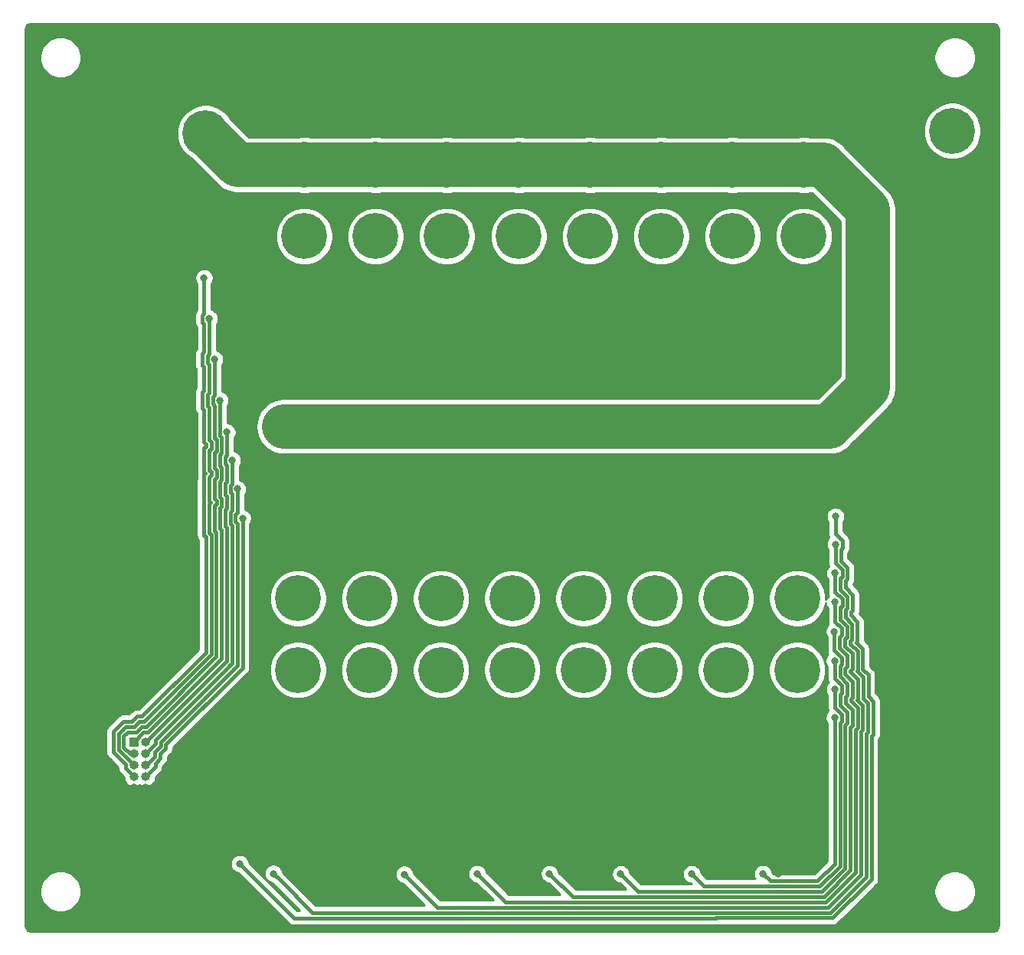
<source format=gbr>
G04 #@! TF.GenerationSoftware,KiCad,Pcbnew,(5.1.5)-2*
G04 #@! TF.CreationDate,2020-03-06T14:17:14-06:00*
G04 #@! TF.ProjectId,PatchPanel,50617463-6850-4616-9e65-6c2e6b696361,rev?*
G04 #@! TF.SameCoordinates,Original*
G04 #@! TF.FileFunction,Copper,L2,Bot*
G04 #@! TF.FilePolarity,Positive*
%FSLAX46Y46*%
G04 Gerber Fmt 4.6, Leading zero omitted, Abs format (unit mm)*
G04 Created by KiCad (PCBNEW (5.1.5)-2) date 2020-03-06 14:17:14*
%MOMM*%
%LPD*%
G04 APERTURE LIST*
%ADD10C,5.080000*%
%ADD11R,1.000000X1.000000*%
%ADD12O,1.000000X1.000000*%
%ADD13C,0.800000*%
%ADD14C,0.381000*%
%ADD15C,4.917000*%
%ADD16C,0.254000*%
G04 APERTURE END LIST*
D10*
X72745000Y-101930500D03*
X72745000Y-109830500D03*
X72745000Y-117730500D03*
X120052500Y-117730500D03*
X120052500Y-109830500D03*
X120052500Y-101930500D03*
X80619000Y-101930500D03*
X80619000Y-109830500D03*
X80619000Y-117730500D03*
X112178500Y-117730500D03*
X112178500Y-109830500D03*
X112178500Y-101930500D03*
X88556500Y-101930500D03*
X88556500Y-109830500D03*
X88556500Y-117730500D03*
X104304500Y-117730500D03*
X104304500Y-109830500D03*
X104304500Y-101930500D03*
X96430500Y-101930500D03*
X96430500Y-109830500D03*
X96430500Y-117730500D03*
X112877000Y-53988000D03*
X112877000Y-61888000D03*
X112877000Y-69788000D03*
X73443500Y-69788000D03*
X73443500Y-61888000D03*
X73443500Y-53988000D03*
X105003000Y-69788000D03*
X105003000Y-61888000D03*
X105003000Y-53988000D03*
X97129000Y-53988000D03*
X97129000Y-61888000D03*
X97129000Y-69788000D03*
X89191500Y-53988000D03*
X89191500Y-61888000D03*
X89191500Y-69788000D03*
X128651000Y-69786500D03*
X128651000Y-61886500D03*
X128651000Y-53986500D03*
X81317500Y-53988000D03*
X81317500Y-61888000D03*
X81317500Y-69788000D03*
X127926500Y-117730500D03*
X127926500Y-109830500D03*
X127926500Y-101930500D03*
X137173000Y-58140000D03*
X145073000Y-58140000D03*
X62523000Y-58394000D03*
X54623000Y-58394000D03*
X120777000Y-53986500D03*
X120777000Y-61886500D03*
X120777000Y-69786500D03*
D11*
X54610000Y-125730000D03*
D12*
X55880000Y-125730000D03*
X54610000Y-127000000D03*
X55880000Y-127000000D03*
X54610000Y-128270000D03*
X55880000Y-128270000D03*
X54610000Y-129540000D03*
X55880000Y-129540000D03*
X54610000Y-130810000D03*
X55880000Y-130810000D03*
D13*
X104775000Y-79311500D03*
X96901000Y-79311500D03*
X128333500Y-79184500D03*
X125793500Y-140271500D03*
X117856000Y-140271500D03*
X110045500Y-140271500D03*
X102171500Y-140271500D03*
X94234000Y-140271500D03*
X86360000Y-140335000D03*
X75755500Y-139827000D03*
X78564500Y-140383500D03*
X145770600Y-126161800D03*
X73215500Y-79311500D03*
X81089500Y-79311500D03*
X89027000Y-79311500D03*
X112712500Y-79311500D03*
X120459500Y-79311500D03*
X126824500Y-89027000D03*
X118872000Y-89090500D03*
X111203500Y-89090500D03*
X103292500Y-89112500D03*
X95419500Y-89154000D03*
X87522500Y-89154000D03*
X79585000Y-89154000D03*
X71706500Y-89154000D03*
X64887490Y-91449510D03*
X66281300Y-139153900D03*
X132156200Y-100761800D03*
X66040000Y-97726500D03*
X84480400Y-140335000D03*
X132105400Y-107035600D03*
X66611500Y-100965000D03*
X92557600Y-140258800D03*
X132105400Y-110261400D03*
X62357000Y-74388560D03*
X100533200Y-140258800D03*
X132029200Y-113487200D03*
X62928500Y-78897060D03*
X108407200Y-140284200D03*
X132054600Y-116738400D03*
X63500000Y-83405560D03*
X116255800Y-140284200D03*
X132080000Y-119888000D03*
X64096989Y-87922011D03*
X124129800Y-140258800D03*
X132054600Y-123012200D03*
X65468500Y-94551500D03*
X70015100Y-140246100D03*
X132156200Y-103835200D03*
D14*
X62928500Y-82804000D02*
X62928500Y-78897060D01*
X63500000Y-87312500D02*
X63500000Y-83405560D01*
D15*
X128649500Y-61888000D02*
X128651000Y-61886500D01*
X73443500Y-61888000D02*
X128649500Y-61888000D01*
X66017000Y-61888000D02*
X62523000Y-58394000D01*
X73443500Y-61888000D02*
X66017000Y-61888000D01*
D14*
X125793500Y-140271500D02*
X125793500Y-140017500D01*
X125793500Y-140017500D02*
X125857000Y-140081000D01*
X125857000Y-140081000D02*
X125857000Y-139928600D01*
D15*
X128651000Y-61886500D02*
X130784000Y-61886500D01*
X130784000Y-61886500D02*
X135763000Y-66865500D01*
X135763000Y-66865500D02*
X135763000Y-86487000D01*
X135763000Y-86487000D02*
X135763000Y-86550500D01*
X135763000Y-86550500D02*
X131508500Y-90805000D01*
X131508500Y-90805000D02*
X71183500Y-90805000D01*
D14*
X64887490Y-91449510D02*
X64887490Y-91449510D01*
X64887490Y-93989510D02*
X64887490Y-91449510D01*
X64677999Y-94930941D02*
X64677999Y-94199001D01*
X55880000Y-125730000D02*
X64868470Y-116741530D01*
X64658979Y-101825765D02*
X64658980Y-100063848D01*
X64677999Y-94199001D02*
X64887490Y-93989510D01*
X64658980Y-100063848D02*
X64877980Y-99844848D01*
X64868470Y-102035256D02*
X64658979Y-101825765D01*
X64877980Y-99844848D02*
X64877980Y-98556094D01*
X64887490Y-96914338D02*
X64887490Y-95140432D01*
X64877980Y-98556094D02*
X64668489Y-98346603D01*
X64668489Y-98346603D02*
X64668490Y-97133338D01*
X64868470Y-116741530D02*
X64868470Y-102035256D01*
X64668490Y-97133338D02*
X64887490Y-96914338D01*
X64887490Y-95140432D02*
X64677999Y-94930941D01*
X64677999Y-94199001D02*
X64671501Y-94199001D01*
X66281300Y-139153900D02*
X66306700Y-139153900D01*
X66281300Y-139153900D02*
X72212200Y-145084800D01*
X72212200Y-145084800D02*
X72285210Y-145157810D01*
X72285210Y-145157810D02*
X74105138Y-145157810D01*
X74105138Y-145157810D02*
X117192410Y-145157810D01*
X118198262Y-145157810D02*
X118201452Y-145161000D01*
X117192410Y-145157810D02*
X118198262Y-145157810D01*
X118989554Y-145145046D02*
X131827858Y-145145046D01*
X118201452Y-145161000D02*
X118973600Y-145161000D01*
X118973600Y-145161000D02*
X118989554Y-145145046D01*
X132156200Y-100761800D02*
X132156200Y-100761800D01*
X131827858Y-145145046D02*
X135882952Y-141089952D01*
X135882952Y-141089952D02*
X136121670Y-140851234D01*
X132156200Y-102692200D02*
X132156200Y-100761800D01*
X132946701Y-103482701D02*
X132156200Y-102692200D01*
X132946701Y-104214641D02*
X132946701Y-103482701D01*
X133476911Y-107655703D02*
X133476910Y-106442438D01*
X134448622Y-114702734D02*
X134562729Y-114588625D01*
X134562729Y-114588625D02*
X134562728Y-112412712D01*
X136121670Y-125045100D02*
X136331159Y-124835611D01*
X135775564Y-118281404D02*
X135169139Y-117674979D01*
X136331159Y-124835611D02*
X136331158Y-121190323D01*
X135775564Y-120634729D02*
X135775564Y-118281404D01*
X136331158Y-121190323D02*
X135775564Y-120634729D01*
X135169137Y-115423249D02*
X134448622Y-114702734D01*
X133273800Y-108127800D02*
X133267420Y-108121420D01*
X136121670Y-140851234D02*
X136121670Y-125045100D01*
X134562728Y-112412712D02*
X133851620Y-111701604D01*
X133851620Y-111701604D02*
X133851620Y-111328466D01*
X133851620Y-111328466D02*
X134057921Y-111122165D01*
X134057921Y-111122165D02*
X134057921Y-109427577D01*
X135169139Y-117674979D02*
X135169137Y-115423249D01*
X134057921Y-109427577D02*
X133273800Y-108643456D01*
X133273800Y-108643456D02*
X133273800Y-108127800D01*
X133267420Y-108121420D02*
X133267420Y-107865194D01*
X133267420Y-107865194D02*
X133476911Y-107655703D01*
X132737210Y-104424132D02*
X132946701Y-104214641D01*
X133476910Y-106442438D02*
X132737210Y-105702738D01*
X132737210Y-105702738D02*
X132737210Y-104424132D01*
X66040000Y-97726500D02*
X66040000Y-97726500D01*
X65820999Y-101344441D02*
X65820999Y-100549001D01*
X66030490Y-101553932D02*
X65820999Y-101344441D01*
X66030490Y-117230510D02*
X66030490Y-101553932D01*
X66040000Y-100330000D02*
X66040000Y-97726500D01*
X57540510Y-125720490D02*
X66030490Y-117230510D01*
X56896000Y-127301942D02*
X56896000Y-126805672D01*
X65820999Y-100549001D02*
X66040000Y-100330000D01*
X55927942Y-128270000D02*
X56896000Y-127301942D01*
X55880000Y-128270000D02*
X55927942Y-128270000D01*
X56896000Y-126805672D02*
X57540510Y-126161162D01*
X57540510Y-126161162D02*
X57540510Y-125720490D01*
X84480400Y-140335000D02*
X86283800Y-142138400D01*
X86283800Y-142138400D02*
X88128428Y-143983028D01*
X88128428Y-143983028D02*
X102614087Y-143983029D01*
X102614087Y-143983029D02*
X103809801Y-143983028D01*
X103809801Y-143983028D02*
X131346532Y-143983028D01*
X131346532Y-143983028D02*
X134959650Y-140369910D01*
X134959650Y-140369910D02*
X134959650Y-139534262D01*
X134959650Y-124563778D02*
X135169140Y-124354286D01*
X134959650Y-139534262D02*
X134959650Y-124563778D01*
X135169140Y-124354286D02*
X135169140Y-121671649D01*
X134655491Y-121158000D02*
X134655488Y-121158000D01*
X135169140Y-121671649D02*
X134655491Y-121158000D01*
X134550222Y-121052733D02*
X134613530Y-120989424D01*
X134655488Y-121158000D02*
X134550222Y-121052733D01*
X134613530Y-120989424D02*
X134613529Y-120989425D01*
X134613529Y-120989425D02*
X134613528Y-120319799D01*
X134613528Y-120319799D02*
X134613528Y-118762712D01*
X133807200Y-117956384D02*
X133807200Y-117799086D01*
X134613528Y-118762712D02*
X133807200Y-117956384D01*
X134007120Y-117599164D02*
X134007119Y-115904575D01*
X133807200Y-117799086D02*
X134007120Y-117599164D01*
X134007119Y-115904575D02*
X133191220Y-115088676D01*
X133191220Y-115088676D02*
X133191220Y-114316794D01*
X133400711Y-114107303D02*
X133400710Y-112894038D01*
X133191220Y-114316794D02*
X133400711Y-114107303D01*
X133400710Y-112894038D02*
X132689600Y-112182928D01*
X132689600Y-111099600D02*
X132686410Y-111096410D01*
X132689600Y-112182928D02*
X132689600Y-111099600D01*
X132895901Y-110640841D02*
X132895901Y-109908901D01*
X132686410Y-111096410D02*
X132686410Y-110850332D01*
X132686410Y-110850332D02*
X132895901Y-110640841D01*
X132895901Y-109908901D02*
X132105400Y-109118400D01*
X132105400Y-109118400D02*
X132105400Y-107035600D01*
X132105400Y-107035600D02*
X132105400Y-107035600D01*
X55880000Y-129540000D02*
X56959500Y-128460500D01*
X56959500Y-128460500D02*
X56959500Y-128060114D01*
X57531000Y-127488614D02*
X57531000Y-126992344D01*
X56959500Y-128060114D02*
X57531000Y-127488614D01*
X58121520Y-126401824D02*
X58121520Y-125961152D01*
X57531000Y-126992344D02*
X58121520Y-126401824D01*
X66611500Y-117471172D02*
X66611500Y-100965000D01*
X66611500Y-100965000D02*
X66611500Y-100965000D01*
X58121520Y-125961152D02*
X66611500Y-117471172D01*
X92557600Y-140258800D02*
X93929200Y-141630400D01*
X93929200Y-141630400D02*
X95700820Y-143402020D01*
X95700820Y-143402020D02*
X102854748Y-143402020D01*
X131105869Y-143402019D02*
X134378640Y-140129248D01*
X102854748Y-143402020D02*
X131105869Y-143402019D01*
X134378640Y-140129248D02*
X134378640Y-139293600D01*
X134588130Y-124113626D02*
X134588129Y-121912313D01*
X134378640Y-139293600D02*
X134378640Y-124323118D01*
X134378640Y-124323118D02*
X134588130Y-124113626D01*
X134588129Y-121912313D02*
X133823030Y-121147214D01*
X133823030Y-120958256D02*
X134032520Y-120748764D01*
X133823030Y-121147214D02*
X133823030Y-120958256D01*
X134032520Y-120748764D02*
X134032519Y-119003375D01*
X133223000Y-117561614D02*
X133426111Y-117358503D01*
X134032519Y-119003375D02*
X133223000Y-118193856D01*
X133223000Y-118193856D02*
X133223000Y-117561614D01*
X133426111Y-117358503D02*
X133426110Y-116145238D01*
X133426110Y-116145238D02*
X132610210Y-115329338D01*
X132819701Y-113866641D02*
X132819701Y-113134701D01*
X132610210Y-115329338D02*
X132610210Y-114076132D01*
X132610210Y-114076132D02*
X132819701Y-113866641D01*
X132819701Y-113134701D02*
X132105400Y-112420400D01*
X132105400Y-112420400D02*
X132105400Y-110261400D01*
X132105400Y-110261400D02*
X132105400Y-110261400D01*
X62357000Y-78295500D02*
X62357000Y-74388560D01*
X62137999Y-78514501D02*
X62357000Y-78295500D01*
X62137999Y-79276501D02*
X62137999Y-78514501D01*
X62347490Y-79485992D02*
X62137999Y-79276501D01*
X62347490Y-82566456D02*
X62347490Y-79485992D01*
X62128489Y-82785457D02*
X62347490Y-82566456D01*
X62128489Y-84025663D02*
X62128489Y-82785457D01*
X62337980Y-84235154D02*
X62128489Y-84025663D01*
X62144470Y-87020858D02*
X62337980Y-86827348D01*
X62144469Y-88782775D02*
X62144470Y-87020858D01*
X62353959Y-92550937D02*
X62353959Y-88992267D01*
X62563450Y-92760428D02*
X62353959Y-92550937D01*
X62563450Y-93011550D02*
X62563450Y-92760428D01*
X54402062Y-123424980D02*
X54949408Y-122877634D01*
X53657500Y-128587500D02*
X53657500Y-128143000D01*
X53430176Y-123424980D02*
X54402062Y-123424980D01*
X62337980Y-86827348D02*
X62337980Y-84235154D01*
X53657500Y-128143000D02*
X52514500Y-127000000D01*
X62353959Y-88992267D02*
X62144469Y-88782775D01*
X52304982Y-124550174D02*
X53430176Y-123424980D01*
X52304981Y-125889995D02*
X52304982Y-124550174D01*
X54949408Y-122877634D02*
X55445678Y-122877634D01*
X54610000Y-129540000D02*
X53657500Y-128587500D01*
X52304980Y-126786652D02*
X52304981Y-125889995D01*
X52514500Y-127000000D02*
X52514500Y-126996172D01*
X52514500Y-126996172D02*
X52304980Y-126786652D01*
X55445678Y-122877634D02*
X62544430Y-115778882D01*
X62544430Y-115778882D02*
X62544430Y-103049773D01*
X62347462Y-93227538D02*
X62563450Y-93011550D01*
X62544430Y-103049773D02*
X62334943Y-102840283D01*
X62334943Y-102840283D02*
X62334943Y-99082057D01*
X62344452Y-96170688D02*
X62487757Y-96027384D01*
X62334943Y-99082057D02*
X62337980Y-99079020D01*
X62337980Y-99079020D02*
X62337980Y-96793020D01*
X62337980Y-96793020D02*
X62344452Y-96786548D01*
X62344452Y-96786548D02*
X62344452Y-96170688D01*
X62347462Y-95887088D02*
X62347462Y-93227538D01*
X62487757Y-96027384D02*
X62347462Y-95887088D01*
X62357000Y-74388560D02*
X62357000Y-74388560D01*
X132029200Y-113487200D02*
X132029200Y-113487200D01*
X130865206Y-142821010D02*
X103095410Y-142821010D01*
X133797630Y-139888586D02*
X130865206Y-142821010D01*
X133797630Y-124082456D02*
X133797630Y-139888586D01*
X134007121Y-123872965D02*
X133797630Y-124082456D01*
X132845101Y-116385901D02*
X132845101Y-117117841D01*
X132029200Y-113487200D02*
X132029200Y-115570000D01*
X132635610Y-117327332D02*
X132635610Y-118428138D01*
X103095410Y-142821010D02*
X100533200Y-140258800D01*
X132029200Y-115570000D02*
X132845101Y-116385901D01*
X133242020Y-120717594D02*
X133242020Y-121387876D01*
X132635610Y-118428138D02*
X133451510Y-119244038D01*
X133451510Y-119244038D02*
X133451511Y-120508103D01*
X134007120Y-122152976D02*
X134007121Y-123872965D01*
X132845101Y-117117841D02*
X132635610Y-117327332D01*
X133242020Y-121387876D02*
X134007120Y-122152976D01*
X133451511Y-120508103D02*
X133242020Y-120717594D01*
X52885990Y-126545990D02*
X52885990Y-125649334D01*
X54610000Y-128270000D02*
X52885990Y-126545990D01*
X52885991Y-124790837D02*
X53670838Y-124005990D01*
X52885990Y-125649334D02*
X52885991Y-124790837D01*
X55190070Y-123458644D02*
X55686340Y-123458644D01*
X53670838Y-124005990D02*
X54642724Y-124005990D01*
X54642724Y-124005990D02*
X55190070Y-123458644D01*
X55686340Y-123458644D02*
X63125440Y-116019544D01*
X62915952Y-102599622D02*
X62915953Y-99341859D01*
X63125440Y-116019544D02*
X63125440Y-102809112D01*
X63125440Y-102809112D02*
X62915952Y-102599622D01*
X63057342Y-99200471D02*
X62918990Y-99062119D01*
X62915953Y-99341859D02*
X63057342Y-99200471D01*
X62925462Y-97031038D02*
X62925462Y-96411350D01*
X62918990Y-99062119D02*
X62918990Y-97037510D01*
X62918990Y-97037510D02*
X62925462Y-97031038D01*
X62925462Y-96411350D02*
X63144460Y-96192352D01*
X63144460Y-95862418D02*
X62928472Y-95646428D01*
X63144460Y-96192352D02*
X63144460Y-95862418D01*
X62928473Y-93477013D02*
X63144460Y-93261026D01*
X62928472Y-95646428D02*
X62928473Y-93477013D01*
X63144460Y-93261026D02*
X63144460Y-92519766D01*
X63144460Y-92519766D02*
X62934969Y-92310275D01*
X62725478Y-88542114D02*
X62725479Y-87301907D01*
X62934969Y-92310275D02*
X62934969Y-88751605D01*
X62934969Y-88751605D02*
X62725478Y-88542114D01*
X62725479Y-87261521D02*
X62918990Y-87068010D01*
X62725479Y-87301907D02*
X62725479Y-87261521D01*
X62918990Y-87068010D02*
X62918990Y-84074000D01*
X62709499Y-83785001D02*
X62709499Y-83026119D01*
X62918990Y-84074000D02*
X62918990Y-83994492D01*
X62918990Y-83994492D02*
X62709499Y-83785001D01*
X62709499Y-83026119D02*
X62928500Y-82807118D01*
X62928500Y-82807118D02*
X62928500Y-82296000D01*
X62928500Y-78897060D02*
X62928500Y-78897060D01*
X132054600Y-116738400D02*
X132054600Y-116738400D01*
X132870501Y-119484701D02*
X132054600Y-118668800D01*
X132870501Y-120267441D02*
X132870501Y-119484701D01*
X125304581Y-142233619D02*
X130630926Y-142233618D01*
X133216620Y-123841794D02*
X133426111Y-123632303D01*
X125298200Y-142240000D02*
X125304581Y-142233619D01*
X110363000Y-142240000D02*
X125298200Y-142240000D01*
X130630926Y-142233618D02*
X133216620Y-139647924D01*
X132661010Y-120476932D02*
X132870501Y-120267441D01*
X108407200Y-140284200D02*
X110363000Y-142240000D01*
X132054600Y-118668800D02*
X132054600Y-116738400D01*
X133426111Y-123632303D02*
X133426111Y-122393639D01*
X133426111Y-122393639D02*
X132661010Y-121628538D01*
X133216620Y-139647924D02*
X133216620Y-123841794D01*
X132661010Y-121628538D02*
X132661010Y-120476932D01*
X54610000Y-127000000D02*
X54177098Y-127000000D01*
X54177098Y-127000000D02*
X53467000Y-126289902D01*
X53467000Y-126289902D02*
X53467000Y-125031500D01*
X53467000Y-125031500D02*
X53911500Y-124587000D01*
X54883386Y-124587000D02*
X55430732Y-124039654D01*
X53911500Y-124587000D02*
X54883386Y-124587000D01*
X55430732Y-124039654D02*
X55927002Y-124039654D01*
X55927002Y-124039654D02*
X63706450Y-116260206D01*
X63706450Y-116260206D02*
X63706450Y-102568450D01*
X63706450Y-102568450D02*
X63496961Y-102358961D01*
X63496961Y-102358961D02*
X63496962Y-99582522D01*
X63496962Y-99582522D02*
X63715960Y-99363524D01*
X63715960Y-99037417D02*
X63500000Y-98821457D01*
X63715960Y-99363524D02*
X63715960Y-99037417D01*
X63506471Y-97720029D02*
X63506472Y-96652014D01*
X63500000Y-98821457D02*
X63500000Y-97726500D01*
X63500000Y-97726500D02*
X63506471Y-97720029D01*
X63506472Y-96652014D02*
X63506472Y-96652012D01*
X63506472Y-96652012D02*
X63725470Y-96433014D01*
X63725470Y-95621756D02*
X63509481Y-95405767D01*
X63725470Y-96433014D02*
X63725470Y-95621756D01*
X63509481Y-95405767D02*
X63509482Y-93717676D01*
X63509482Y-93717676D02*
X63725470Y-93501688D01*
X63725470Y-92279104D02*
X63515979Y-92069613D01*
X63725470Y-93501688D02*
X63725470Y-92279104D01*
X63515979Y-92069613D02*
X63515979Y-88510943D01*
X63306488Y-88301452D02*
X63306488Y-87542570D01*
X63515979Y-88510943D02*
X63306488Y-88301452D01*
X63306488Y-87542570D02*
X63500000Y-87349058D01*
X63500000Y-83405560D02*
X63500000Y-83405560D01*
X132080000Y-119989600D02*
X132080000Y-119989600D01*
X132080000Y-121869200D02*
X132080000Y-119989600D01*
X132845101Y-123391641D02*
X132845101Y-122634301D01*
X132635610Y-123601132D02*
X132845101Y-123391641D01*
X132845101Y-122634301D02*
X132080000Y-121869200D01*
X130390263Y-141652609D02*
X132635610Y-139407262D01*
X132635610Y-139407262D02*
X132635610Y-123601132D01*
X117624209Y-141652609D02*
X130390263Y-141652609D01*
X116255800Y-140284200D02*
X117624209Y-141652609D01*
X54610000Y-125682058D02*
X55671394Y-124620664D01*
X54610000Y-125730000D02*
X54610000Y-125682058D01*
X55671394Y-124620664D02*
X56167664Y-124620664D01*
X56167664Y-124620664D02*
X64287460Y-116500868D01*
X64287460Y-116500868D02*
X64287460Y-114681000D01*
X64077970Y-102066426D02*
X64077971Y-99823185D01*
X64287460Y-114681000D02*
X64287460Y-102275918D01*
X64287460Y-102275918D02*
X64077970Y-102066426D01*
X64077971Y-99823185D02*
X64296970Y-99604186D01*
X64296970Y-99604186D02*
X64296970Y-98796756D01*
X64087481Y-96892675D02*
X64306480Y-96673676D01*
X64296970Y-98796756D02*
X64087480Y-98587264D01*
X64087480Y-98587264D02*
X64087481Y-96892675D01*
X64306480Y-96673676D02*
X64306480Y-95381094D01*
X64090491Y-93958339D02*
X64306480Y-93742350D01*
X64090491Y-95165105D02*
X64090491Y-93958339D01*
X64306480Y-95381094D02*
X64090491Y-95165105D01*
X64306480Y-93742350D02*
X64306480Y-92038442D01*
X64096989Y-91828951D02*
X64096989Y-87922011D01*
X64306480Y-92038442D02*
X64096989Y-91828951D01*
X64096989Y-87922011D02*
X64096989Y-87922011D01*
X124129800Y-140258800D02*
X124942600Y-141071600D01*
X124952199Y-141062001D02*
X130159199Y-141062001D01*
X124942600Y-141071600D02*
X124952199Y-141062001D01*
X130159199Y-141062001D02*
X132054600Y-139166600D01*
X132054600Y-139166600D02*
X132054600Y-123012200D01*
X132054600Y-123012200D02*
X132054600Y-123012200D01*
X55880000Y-127000000D02*
X56959500Y-125920500D01*
X56959500Y-125920500D02*
X56959500Y-125476000D01*
X59944000Y-122491500D02*
X59944000Y-122487672D01*
X56959500Y-125476000D02*
X59944000Y-122491500D01*
X59944000Y-122487672D02*
X60100836Y-122330836D01*
X65152914Y-117286414D02*
X65449480Y-116989848D01*
X65449480Y-116989848D02*
X65449480Y-111696500D01*
X65239989Y-101585103D02*
X65239989Y-100304511D01*
X65239989Y-100304511D02*
X65405000Y-100139500D01*
X65449480Y-111696500D02*
X65449480Y-101794594D01*
X65449480Y-101794594D02*
X65239989Y-101585103D01*
X65408828Y-100139500D02*
X65458990Y-100089338D01*
X65405000Y-100139500D02*
X65408828Y-100139500D01*
X65249499Y-98105941D02*
X65249499Y-97374001D01*
X65458990Y-100089338D02*
X65458990Y-98315432D01*
X65458990Y-98315432D02*
X65249499Y-98105941D01*
X65249499Y-97374001D02*
X65468500Y-97155000D01*
X65468500Y-97155000D02*
X65468500Y-94551500D01*
X65468500Y-94551500D02*
X65468500Y-94551500D01*
X60108492Y-122330836D02*
X65449480Y-116989848D01*
X60100836Y-122330836D02*
X60108492Y-122330836D01*
X132156200Y-103835200D02*
X132156200Y-103835200D01*
X70764400Y-140995400D02*
X70015100Y-140246100D01*
X74345800Y-144576800D02*
X70764400Y-140995400D01*
X117957600Y-144576800D02*
X74345800Y-144576800D01*
X117970362Y-144564038D02*
X117957600Y-144576800D01*
X135540660Y-124804438D02*
X135540660Y-140610572D01*
X133981719Y-112653375D02*
X133981720Y-114347964D01*
X133476911Y-110881503D02*
X133270610Y-111087804D01*
X133476911Y-109668239D02*
X133476911Y-110881503D01*
X133270610Y-111087804D02*
X133270610Y-111942266D01*
X132686410Y-108877738D02*
X133476911Y-109668239D01*
X133270610Y-111942266D02*
X133981719Y-112653375D01*
X135194538Y-120081538D02*
X135194554Y-120081554D01*
X133981720Y-114347964D02*
X133772230Y-114557456D01*
X132156200Y-103835200D02*
X132156200Y-105943400D01*
X132156200Y-105943400D02*
X132895901Y-106683101D01*
X131587195Y-144564037D02*
X117970362Y-144564038D01*
X135540660Y-140610572D02*
X131587195Y-144564037D01*
X132895901Y-106683101D02*
X132895901Y-107415041D01*
X135194554Y-120081554D02*
X135194554Y-120875391D01*
X132686410Y-107624532D02*
X132686410Y-108877738D01*
X132895901Y-107415041D02*
X132686410Y-107624532D01*
X133772230Y-114848014D02*
X134588128Y-115663912D01*
X134588128Y-115663912D02*
X134588130Y-117839824D01*
X135194537Y-118522049D02*
X135194538Y-120081538D01*
X134550222Y-117877734D02*
X135194537Y-118522049D01*
X135194554Y-120875391D02*
X135750149Y-121430986D01*
X133772230Y-114557456D02*
X133772230Y-114848014D01*
X135750149Y-121430986D02*
X135750150Y-124594948D01*
X134588130Y-117839824D02*
X134550222Y-117877734D01*
X135750150Y-124594948D02*
X135540660Y-124804438D01*
D16*
G36*
X149714109Y-46317005D02*
G01*
X149818101Y-46348402D01*
X149914014Y-46399399D01*
X149998194Y-46468055D01*
X150067440Y-46551758D01*
X150119105Y-46647311D01*
X150151227Y-46751078D01*
X150166000Y-46891641D01*
X150166001Y-146015269D01*
X150151995Y-146158109D01*
X150120599Y-146262099D01*
X150069601Y-146358013D01*
X150000941Y-146442199D01*
X149917243Y-146511439D01*
X149821689Y-146563105D01*
X149717922Y-146595227D01*
X149577359Y-146610000D01*
X43214720Y-146610000D01*
X43071891Y-146595995D01*
X42967901Y-146564599D01*
X42871987Y-146513601D01*
X42787801Y-146444941D01*
X42718561Y-146361243D01*
X42666895Y-146265689D01*
X42634773Y-146161922D01*
X42620000Y-146021359D01*
X42620000Y-142014339D01*
X44190826Y-142014339D01*
X44190826Y-142465661D01*
X44278875Y-142908311D01*
X44451588Y-143325278D01*
X44702329Y-143700538D01*
X45021462Y-144019671D01*
X45396722Y-144270412D01*
X45813689Y-144443125D01*
X46256339Y-144531174D01*
X46707661Y-144531174D01*
X47150311Y-144443125D01*
X47567278Y-144270412D01*
X47942538Y-144019671D01*
X48261671Y-143700538D01*
X48512412Y-143325278D01*
X48685125Y-142908311D01*
X48773174Y-142465661D01*
X48773174Y-142014339D01*
X48685125Y-141571689D01*
X48512412Y-141154722D01*
X48261671Y-140779462D01*
X47942538Y-140460329D01*
X47567278Y-140209588D01*
X47150311Y-140036875D01*
X46707661Y-139948826D01*
X46256339Y-139948826D01*
X45813689Y-140036875D01*
X45396722Y-140209588D01*
X45021462Y-140460329D01*
X44702329Y-140779462D01*
X44451588Y-141154722D01*
X44278875Y-141571689D01*
X44190826Y-142014339D01*
X42620000Y-142014339D01*
X42620000Y-139051961D01*
X65246300Y-139051961D01*
X65246300Y-139255839D01*
X65286074Y-139455798D01*
X65364095Y-139644156D01*
X65477363Y-139813674D01*
X65621526Y-139957837D01*
X65791044Y-140071105D01*
X65979402Y-140149126D01*
X66141296Y-140181329D01*
X71657161Y-145697194D01*
X71672815Y-145712847D01*
X71698669Y-145744351D01*
X71824368Y-145847509D01*
X71967776Y-145924163D01*
X72123384Y-145971366D01*
X72244657Y-145983310D01*
X72244660Y-145983310D01*
X72285210Y-145987304D01*
X72325760Y-145983310D01*
X118128509Y-145983310D01*
X118160899Y-145986500D01*
X118160908Y-145986500D01*
X118201451Y-145990493D01*
X118241994Y-145986500D01*
X118933050Y-145986500D01*
X118973600Y-145990494D01*
X119014150Y-145986500D01*
X119014153Y-145986500D01*
X119135426Y-145974556D01*
X119148645Y-145970546D01*
X131787308Y-145970546D01*
X131827858Y-145974540D01*
X131868408Y-145970546D01*
X131868411Y-145970546D01*
X131989684Y-145958602D01*
X132145292Y-145911399D01*
X132288700Y-145834745D01*
X132414399Y-145731587D01*
X132440256Y-145700080D01*
X136125997Y-142014339D01*
X143045086Y-142014339D01*
X143045086Y-142465661D01*
X143133135Y-142908311D01*
X143305848Y-143325278D01*
X143556589Y-143700538D01*
X143875722Y-144019671D01*
X144250982Y-144270412D01*
X144667949Y-144443125D01*
X145110599Y-144531174D01*
X145561921Y-144531174D01*
X146004571Y-144443125D01*
X146421538Y-144270412D01*
X146796798Y-144019671D01*
X147115931Y-143700538D01*
X147366672Y-143325278D01*
X147539385Y-142908311D01*
X147627434Y-142465661D01*
X147627434Y-142014339D01*
X147539385Y-141571689D01*
X147366672Y-141154722D01*
X147115931Y-140779462D01*
X146796798Y-140460329D01*
X146421538Y-140209588D01*
X146004571Y-140036875D01*
X145561921Y-139948826D01*
X145110599Y-139948826D01*
X144667949Y-140036875D01*
X144250982Y-140209588D01*
X143875722Y-140460329D01*
X143556589Y-140779462D01*
X143305848Y-141154722D01*
X143133135Y-141571689D01*
X143045086Y-142014339D01*
X136125997Y-142014339D01*
X136495343Y-141644994D01*
X136495348Y-141644988D01*
X136676705Y-141463631D01*
X136708211Y-141437775D01*
X136811369Y-141312076D01*
X136888023Y-141168668D01*
X136935226Y-141013060D01*
X136947170Y-140891787D01*
X136947170Y-140891785D01*
X136951164Y-140851235D01*
X136947170Y-140810684D01*
X136947170Y-125386242D01*
X136977788Y-125348933D01*
X137020858Y-125296453D01*
X137097512Y-125153044D01*
X137111929Y-125105518D01*
X137144715Y-124997436D01*
X137156659Y-124876163D01*
X137156659Y-124876162D01*
X137160653Y-124835612D01*
X137156659Y-124795061D01*
X137156657Y-121230883D01*
X137160652Y-121190323D01*
X137144713Y-121028496D01*
X137097511Y-120872889D01*
X137020857Y-120729480D01*
X136943550Y-120635281D01*
X136943541Y-120635272D01*
X136917698Y-120603782D01*
X136886207Y-120577938D01*
X136601064Y-120292796D01*
X136601064Y-118321946D01*
X136605057Y-118281403D01*
X136601064Y-118240860D01*
X136601064Y-118240851D01*
X136589120Y-118119578D01*
X136541917Y-117963970D01*
X136465263Y-117820562D01*
X136465262Y-117820560D01*
X136414357Y-117758533D01*
X136362105Y-117694863D01*
X136330603Y-117669010D01*
X135994639Y-117333046D01*
X135994636Y-115463808D01*
X135998631Y-115423248D01*
X135982692Y-115261422D01*
X135935490Y-115105815D01*
X135858836Y-114962406D01*
X135781528Y-114868207D01*
X135781525Y-114868204D01*
X135755677Y-114836708D01*
X135724181Y-114810860D01*
X135388229Y-114474908D01*
X135388227Y-112453272D01*
X135392222Y-112412712D01*
X135376283Y-112250885D01*
X135329081Y-112095278D01*
X135252427Y-111951869D01*
X135175120Y-111857670D01*
X135175111Y-111857661D01*
X135149268Y-111826171D01*
X135117777Y-111800327D01*
X134800857Y-111483408D01*
X134824274Y-111439599D01*
X134871477Y-111283991D01*
X134883421Y-111162718D01*
X134883421Y-111162716D01*
X134887415Y-111122165D01*
X134883421Y-111081615D01*
X134883421Y-109468127D01*
X134887415Y-109427577D01*
X134883421Y-109387024D01*
X134871477Y-109265751D01*
X134824274Y-109110143D01*
X134807845Y-109079407D01*
X134747620Y-108966734D01*
X134670313Y-108872535D01*
X134670310Y-108872532D01*
X134644462Y-108841036D01*
X134612965Y-108815188D01*
X134099300Y-108301523D01*
X134099300Y-108198562D01*
X134129328Y-108161973D01*
X134166610Y-108116545D01*
X134243264Y-107973136D01*
X134247372Y-107959594D01*
X134290467Y-107817528D01*
X134302411Y-107696255D01*
X134302411Y-107696254D01*
X134306405Y-107655704D01*
X134302411Y-107615152D01*
X134302409Y-106482997D01*
X134306404Y-106442438D01*
X134290465Y-106280611D01*
X134243263Y-106125004D01*
X134166609Y-105981595D01*
X134089302Y-105887396D01*
X134089293Y-105887387D01*
X134063450Y-105855897D01*
X134031959Y-105830053D01*
X133562710Y-105360805D01*
X133562710Y-104765275D01*
X133636400Y-104675483D01*
X133713054Y-104532075D01*
X133760257Y-104376467D01*
X133772201Y-104255194D01*
X133772201Y-104255192D01*
X133776195Y-104214642D01*
X133772201Y-104174091D01*
X133772201Y-103523251D01*
X133776195Y-103482700D01*
X133770692Y-103426824D01*
X133760257Y-103320875D01*
X133713054Y-103165267D01*
X133657035Y-103060464D01*
X133636400Y-103021858D01*
X133559092Y-102927659D01*
X133533242Y-102896160D01*
X133501740Y-102870307D01*
X132981700Y-102350268D01*
X132981700Y-101389303D01*
X133073405Y-101252056D01*
X133151426Y-101063698D01*
X133191200Y-100863739D01*
X133191200Y-100659861D01*
X133151426Y-100459902D01*
X133073405Y-100271544D01*
X132960137Y-100102026D01*
X132815974Y-99957863D01*
X132646456Y-99844595D01*
X132458098Y-99766574D01*
X132258139Y-99726800D01*
X132054261Y-99726800D01*
X131854302Y-99766574D01*
X131665944Y-99844595D01*
X131496426Y-99957863D01*
X131352263Y-100102026D01*
X131238995Y-100271544D01*
X131160974Y-100459902D01*
X131121200Y-100659861D01*
X131121200Y-100863739D01*
X131160974Y-101063698D01*
X131238995Y-101252056D01*
X131330701Y-101389304D01*
X131330700Y-102651649D01*
X131326706Y-102692200D01*
X131330700Y-102732750D01*
X131330700Y-102732752D01*
X131342644Y-102854025D01*
X131376496Y-102965619D01*
X131389847Y-103009633D01*
X131434506Y-103093183D01*
X131352263Y-103175426D01*
X131238995Y-103344944D01*
X131160974Y-103533302D01*
X131121200Y-103733261D01*
X131121200Y-103937139D01*
X131160974Y-104137098D01*
X131238995Y-104325456D01*
X131330700Y-104462703D01*
X131330701Y-105902840D01*
X131326706Y-105943400D01*
X131342645Y-106105226D01*
X131389847Y-106260833D01*
X131399116Y-106278173D01*
X131301463Y-106375826D01*
X131188195Y-106545344D01*
X131110174Y-106733702D01*
X131070400Y-106933661D01*
X131070400Y-107137539D01*
X131110174Y-107337498D01*
X131188195Y-107525856D01*
X131279901Y-107663104D01*
X131279900Y-109077849D01*
X131275906Y-109118400D01*
X131279900Y-109158950D01*
X131279900Y-109158952D01*
X131291844Y-109280225D01*
X131314181Y-109353859D01*
X131339047Y-109435833D01*
X131383706Y-109519383D01*
X131301463Y-109601626D01*
X131188195Y-109771144D01*
X131110174Y-109959502D01*
X131101500Y-110003109D01*
X131101500Y-109517790D01*
X130979486Y-108904387D01*
X130740148Y-108326574D01*
X130392683Y-107806556D01*
X129950444Y-107364317D01*
X129430426Y-107016852D01*
X128852613Y-106777514D01*
X128239210Y-106655500D01*
X127613790Y-106655500D01*
X127000387Y-106777514D01*
X126422574Y-107016852D01*
X125902556Y-107364317D01*
X125460317Y-107806556D01*
X125112852Y-108326574D01*
X124873514Y-108904387D01*
X124751500Y-109517790D01*
X124751500Y-110143210D01*
X124873514Y-110756613D01*
X125112852Y-111334426D01*
X125460317Y-111854444D01*
X125902556Y-112296683D01*
X126422574Y-112644148D01*
X127000387Y-112883486D01*
X127613790Y-113005500D01*
X128239210Y-113005500D01*
X128852613Y-112883486D01*
X129430426Y-112644148D01*
X129950444Y-112296683D01*
X130392683Y-111854444D01*
X130740148Y-111334426D01*
X130979486Y-110756613D01*
X131070400Y-110299560D01*
X131070400Y-110363339D01*
X131110174Y-110563298D01*
X131188195Y-110751656D01*
X131279901Y-110888904D01*
X131279900Y-112379849D01*
X131275906Y-112420400D01*
X131279900Y-112460950D01*
X131279900Y-112460952D01*
X131291844Y-112582225D01*
X131330185Y-112708619D01*
X131333417Y-112719272D01*
X131225263Y-112827426D01*
X131111995Y-112996944D01*
X131033974Y-113185302D01*
X130994200Y-113385261D01*
X130994200Y-113589139D01*
X131033974Y-113789098D01*
X131111995Y-113977456D01*
X131203700Y-114114703D01*
X131203701Y-115529440D01*
X131199706Y-115570000D01*
X131215645Y-115731826D01*
X131262847Y-115887433D01*
X131325201Y-116004088D01*
X131250663Y-116078626D01*
X131137395Y-116248144D01*
X131059374Y-116436502D01*
X131019600Y-116636461D01*
X131019600Y-116840339D01*
X131059374Y-117040298D01*
X131137395Y-117228656D01*
X131229101Y-117365904D01*
X131229100Y-118628249D01*
X131225106Y-118668800D01*
X131229100Y-118709350D01*
X131229100Y-118709352D01*
X131241044Y-118830625D01*
X131269532Y-118924538D01*
X131288247Y-118986233D01*
X131364901Y-119129642D01*
X131369294Y-119134995D01*
X131276063Y-119228226D01*
X131162795Y-119397744D01*
X131084774Y-119586102D01*
X131045000Y-119786061D01*
X131045000Y-119989939D01*
X131084774Y-120189898D01*
X131162795Y-120378256D01*
X131254501Y-120515504D01*
X131254500Y-121828649D01*
X131250506Y-121869200D01*
X131254500Y-121909750D01*
X131254500Y-121909752D01*
X131266444Y-122031025D01*
X131308301Y-122169010D01*
X131313647Y-122186633D01*
X131349458Y-122253631D01*
X131250663Y-122352426D01*
X131137395Y-122521944D01*
X131059374Y-122710302D01*
X131019600Y-122910261D01*
X131019600Y-123114139D01*
X131059374Y-123314098D01*
X131137395Y-123502456D01*
X131229101Y-123639704D01*
X131229100Y-138824666D01*
X129817267Y-140236501D01*
X125274934Y-140236501D01*
X125157228Y-140118795D01*
X125125026Y-139956902D01*
X125047005Y-139768544D01*
X124933737Y-139599026D01*
X124789574Y-139454863D01*
X124620056Y-139341595D01*
X124431698Y-139263574D01*
X124231739Y-139223800D01*
X124027861Y-139223800D01*
X123827902Y-139263574D01*
X123639544Y-139341595D01*
X123470026Y-139454863D01*
X123325863Y-139599026D01*
X123212595Y-139768544D01*
X123134574Y-139956902D01*
X123094800Y-140156861D01*
X123094800Y-140360739D01*
X123134574Y-140560698D01*
X123212595Y-140749056D01*
X123264748Y-140827109D01*
X117966143Y-140827109D01*
X117283228Y-140144196D01*
X117251026Y-139982302D01*
X117173005Y-139793944D01*
X117059737Y-139624426D01*
X116915574Y-139480263D01*
X116746056Y-139366995D01*
X116557698Y-139288974D01*
X116357739Y-139249200D01*
X116153861Y-139249200D01*
X115953902Y-139288974D01*
X115765544Y-139366995D01*
X115596026Y-139480263D01*
X115451863Y-139624426D01*
X115338595Y-139793944D01*
X115260574Y-139982302D01*
X115220800Y-140182261D01*
X115220800Y-140386139D01*
X115260574Y-140586098D01*
X115338595Y-140774456D01*
X115451863Y-140943974D01*
X115596026Y-141088137D01*
X115765544Y-141201405D01*
X115953902Y-141279426D01*
X116115796Y-141311628D01*
X116218667Y-141414500D01*
X110704934Y-141414500D01*
X109434628Y-140144196D01*
X109402426Y-139982302D01*
X109324405Y-139793944D01*
X109211137Y-139624426D01*
X109066974Y-139480263D01*
X108897456Y-139366995D01*
X108709098Y-139288974D01*
X108509139Y-139249200D01*
X108305261Y-139249200D01*
X108105302Y-139288974D01*
X107916944Y-139366995D01*
X107747426Y-139480263D01*
X107603263Y-139624426D01*
X107489995Y-139793944D01*
X107411974Y-139982302D01*
X107372200Y-140182261D01*
X107372200Y-140386139D01*
X107411974Y-140586098D01*
X107489995Y-140774456D01*
X107603263Y-140943974D01*
X107747426Y-141088137D01*
X107916944Y-141201405D01*
X108105302Y-141279426D01*
X108267196Y-141311628D01*
X108951077Y-141995510D01*
X103437343Y-141995510D01*
X101560629Y-140118796D01*
X101528426Y-139956902D01*
X101450405Y-139768544D01*
X101337137Y-139599026D01*
X101192974Y-139454863D01*
X101023456Y-139341595D01*
X100835098Y-139263574D01*
X100635139Y-139223800D01*
X100431261Y-139223800D01*
X100231302Y-139263574D01*
X100042944Y-139341595D01*
X99873426Y-139454863D01*
X99729263Y-139599026D01*
X99615995Y-139768544D01*
X99537974Y-139956902D01*
X99498200Y-140156861D01*
X99498200Y-140360739D01*
X99537974Y-140560698D01*
X99615995Y-140749056D01*
X99729263Y-140918574D01*
X99873426Y-141062737D01*
X100042944Y-141176005D01*
X100231302Y-141254026D01*
X100393196Y-141286229D01*
X101683487Y-142576520D01*
X96042753Y-142576520D01*
X94541595Y-141075363D01*
X94541591Y-141075358D01*
X93585028Y-140118796D01*
X93552826Y-139956902D01*
X93474805Y-139768544D01*
X93361537Y-139599026D01*
X93217374Y-139454863D01*
X93047856Y-139341595D01*
X92859498Y-139263574D01*
X92659539Y-139223800D01*
X92455661Y-139223800D01*
X92255702Y-139263574D01*
X92067344Y-139341595D01*
X91897826Y-139454863D01*
X91753663Y-139599026D01*
X91640395Y-139768544D01*
X91562374Y-139956902D01*
X91522600Y-140156861D01*
X91522600Y-140360739D01*
X91562374Y-140560698D01*
X91640395Y-140749056D01*
X91753663Y-140918574D01*
X91897826Y-141062737D01*
X92067344Y-141176005D01*
X92255702Y-141254026D01*
X92417596Y-141286228D01*
X93374158Y-142242791D01*
X93374163Y-142242795D01*
X94288896Y-143157529D01*
X88470361Y-143157528D01*
X86896201Y-141583369D01*
X86896192Y-141583358D01*
X85507828Y-140194996D01*
X85475626Y-140033102D01*
X85397605Y-139844744D01*
X85284337Y-139675226D01*
X85140174Y-139531063D01*
X84970656Y-139417795D01*
X84782298Y-139339774D01*
X84582339Y-139300000D01*
X84378461Y-139300000D01*
X84178502Y-139339774D01*
X83990144Y-139417795D01*
X83820626Y-139531063D01*
X83676463Y-139675226D01*
X83563195Y-139844744D01*
X83485174Y-140033102D01*
X83445400Y-140233061D01*
X83445400Y-140436939D01*
X83485174Y-140636898D01*
X83563195Y-140825256D01*
X83676463Y-140994774D01*
X83820626Y-141138937D01*
X83990144Y-141252205D01*
X84178502Y-141330226D01*
X84340396Y-141362428D01*
X85728758Y-142750792D01*
X85728769Y-142750801D01*
X86729267Y-143751300D01*
X74687733Y-143751300D01*
X71376791Y-140440358D01*
X71042528Y-140106096D01*
X71010326Y-139944202D01*
X70932305Y-139755844D01*
X70819037Y-139586326D01*
X70674874Y-139442163D01*
X70505356Y-139328895D01*
X70316998Y-139250874D01*
X70117039Y-139211100D01*
X69913161Y-139211100D01*
X69713202Y-139250874D01*
X69524844Y-139328895D01*
X69355326Y-139442163D01*
X69211163Y-139586326D01*
X69097895Y-139755844D01*
X69019874Y-139944202D01*
X68980100Y-140144161D01*
X68980100Y-140348039D01*
X69019874Y-140547998D01*
X69097895Y-140736356D01*
X69211163Y-140905874D01*
X69355326Y-141050037D01*
X69524844Y-141163305D01*
X69713202Y-141241326D01*
X69875096Y-141273528D01*
X70209358Y-141607791D01*
X72933877Y-144332310D01*
X72627143Y-144332310D01*
X67308729Y-139013896D01*
X67276526Y-138852002D01*
X67198505Y-138663644D01*
X67085237Y-138494126D01*
X66941074Y-138349963D01*
X66771556Y-138236695D01*
X66583198Y-138158674D01*
X66383239Y-138118900D01*
X66179361Y-138118900D01*
X65979402Y-138158674D01*
X65791044Y-138236695D01*
X65621526Y-138349963D01*
X65477363Y-138494126D01*
X65364095Y-138663644D01*
X65286074Y-138852002D01*
X65246300Y-139051961D01*
X42620000Y-139051961D01*
X42620000Y-126786652D01*
X51475486Y-126786652D01*
X51479480Y-126827202D01*
X51479480Y-126827204D01*
X51491424Y-126948477D01*
X51509126Y-127006832D01*
X51538627Y-127104085D01*
X51615281Y-127247494D01*
X51653252Y-127293761D01*
X51718439Y-127373192D01*
X51749940Y-127399044D01*
X51884585Y-127533689D01*
X51927959Y-127586541D01*
X51959466Y-127612398D01*
X52832000Y-128484933D01*
X52832000Y-128546950D01*
X52828006Y-128587500D01*
X52832000Y-128628050D01*
X52832000Y-128628052D01*
X52843944Y-128749325D01*
X52867345Y-128826467D01*
X52891147Y-128904933D01*
X52967801Y-129048342D01*
X52996700Y-129083555D01*
X53070959Y-129174041D01*
X53102466Y-129199898D01*
X53475000Y-129572432D01*
X53475000Y-129651788D01*
X53518617Y-129871067D01*
X53604176Y-130077624D01*
X53728388Y-130263520D01*
X53886480Y-130421612D01*
X54072376Y-130545824D01*
X54278933Y-130631383D01*
X54498212Y-130675000D01*
X54721788Y-130675000D01*
X54941067Y-130631383D01*
X55147624Y-130545824D01*
X55245000Y-130480759D01*
X55342376Y-130545824D01*
X55548933Y-130631383D01*
X55768212Y-130675000D01*
X55991788Y-130675000D01*
X56211067Y-130631383D01*
X56417624Y-130545824D01*
X56603520Y-130421612D01*
X56761612Y-130263520D01*
X56885824Y-130077624D01*
X56971383Y-129871067D01*
X57015000Y-129651788D01*
X57015000Y-129572433D01*
X57514546Y-129072888D01*
X57546041Y-129047041D01*
X57571889Y-129015545D01*
X57571892Y-129015542D01*
X57649199Y-128921343D01*
X57725853Y-128777934D01*
X57757834Y-128672505D01*
X57773056Y-128622326D01*
X57785000Y-128501053D01*
X57785000Y-128501051D01*
X57788994Y-128460500D01*
X57785000Y-128419950D01*
X57785000Y-128402046D01*
X58086040Y-128101007D01*
X58117541Y-128075155D01*
X58194670Y-127981173D01*
X58220699Y-127949457D01*
X58297353Y-127806048D01*
X58309394Y-127766353D01*
X58344556Y-127650440D01*
X58356500Y-127529167D01*
X58356500Y-127529165D01*
X58360494Y-127488615D01*
X58356500Y-127448064D01*
X58356500Y-127334276D01*
X58676560Y-127014217D01*
X58708061Y-126988365D01*
X58811219Y-126862666D01*
X58887873Y-126719258D01*
X58935076Y-126563650D01*
X58947020Y-126442377D01*
X58947020Y-126442368D01*
X58951013Y-126401825D01*
X58947020Y-126361282D01*
X58947020Y-126303084D01*
X67166546Y-118083560D01*
X67198041Y-118057713D01*
X67223889Y-118026217D01*
X67223892Y-118026214D01*
X67301199Y-117932015D01*
X67377853Y-117788606D01*
X67386975Y-117758534D01*
X67425056Y-117632998D01*
X67437000Y-117511725D01*
X67437000Y-117511723D01*
X67440994Y-117471172D01*
X67437000Y-117430622D01*
X67437000Y-117417790D01*
X69570000Y-117417790D01*
X69570000Y-118043210D01*
X69692014Y-118656613D01*
X69931352Y-119234426D01*
X70278817Y-119754444D01*
X70721056Y-120196683D01*
X71241074Y-120544148D01*
X71818887Y-120783486D01*
X72432290Y-120905500D01*
X73057710Y-120905500D01*
X73671113Y-120783486D01*
X74248926Y-120544148D01*
X74768944Y-120196683D01*
X75211183Y-119754444D01*
X75558648Y-119234426D01*
X75797986Y-118656613D01*
X75920000Y-118043210D01*
X75920000Y-117417790D01*
X77444000Y-117417790D01*
X77444000Y-118043210D01*
X77566014Y-118656613D01*
X77805352Y-119234426D01*
X78152817Y-119754444D01*
X78595056Y-120196683D01*
X79115074Y-120544148D01*
X79692887Y-120783486D01*
X80306290Y-120905500D01*
X80931710Y-120905500D01*
X81545113Y-120783486D01*
X82122926Y-120544148D01*
X82642944Y-120196683D01*
X83085183Y-119754444D01*
X83432648Y-119234426D01*
X83671986Y-118656613D01*
X83794000Y-118043210D01*
X83794000Y-117417790D01*
X85381500Y-117417790D01*
X85381500Y-118043210D01*
X85503514Y-118656613D01*
X85742852Y-119234426D01*
X86090317Y-119754444D01*
X86532556Y-120196683D01*
X87052574Y-120544148D01*
X87630387Y-120783486D01*
X88243790Y-120905500D01*
X88869210Y-120905500D01*
X89482613Y-120783486D01*
X90060426Y-120544148D01*
X90580444Y-120196683D01*
X91022683Y-119754444D01*
X91370148Y-119234426D01*
X91609486Y-118656613D01*
X91731500Y-118043210D01*
X91731500Y-117417790D01*
X93255500Y-117417790D01*
X93255500Y-118043210D01*
X93377514Y-118656613D01*
X93616852Y-119234426D01*
X93964317Y-119754444D01*
X94406556Y-120196683D01*
X94926574Y-120544148D01*
X95504387Y-120783486D01*
X96117790Y-120905500D01*
X96743210Y-120905500D01*
X97356613Y-120783486D01*
X97934426Y-120544148D01*
X98454444Y-120196683D01*
X98896683Y-119754444D01*
X99244148Y-119234426D01*
X99483486Y-118656613D01*
X99605500Y-118043210D01*
X99605500Y-117417790D01*
X101129500Y-117417790D01*
X101129500Y-118043210D01*
X101251514Y-118656613D01*
X101490852Y-119234426D01*
X101838317Y-119754444D01*
X102280556Y-120196683D01*
X102800574Y-120544148D01*
X103378387Y-120783486D01*
X103991790Y-120905500D01*
X104617210Y-120905500D01*
X105230613Y-120783486D01*
X105808426Y-120544148D01*
X106328444Y-120196683D01*
X106770683Y-119754444D01*
X107118148Y-119234426D01*
X107357486Y-118656613D01*
X107479500Y-118043210D01*
X107479500Y-117417790D01*
X109003500Y-117417790D01*
X109003500Y-118043210D01*
X109125514Y-118656613D01*
X109364852Y-119234426D01*
X109712317Y-119754444D01*
X110154556Y-120196683D01*
X110674574Y-120544148D01*
X111252387Y-120783486D01*
X111865790Y-120905500D01*
X112491210Y-120905500D01*
X113104613Y-120783486D01*
X113682426Y-120544148D01*
X114202444Y-120196683D01*
X114644683Y-119754444D01*
X114992148Y-119234426D01*
X115231486Y-118656613D01*
X115353500Y-118043210D01*
X115353500Y-117417790D01*
X116877500Y-117417790D01*
X116877500Y-118043210D01*
X116999514Y-118656613D01*
X117238852Y-119234426D01*
X117586317Y-119754444D01*
X118028556Y-120196683D01*
X118548574Y-120544148D01*
X119126387Y-120783486D01*
X119739790Y-120905500D01*
X120365210Y-120905500D01*
X120978613Y-120783486D01*
X121556426Y-120544148D01*
X122076444Y-120196683D01*
X122518683Y-119754444D01*
X122866148Y-119234426D01*
X123105486Y-118656613D01*
X123227500Y-118043210D01*
X123227500Y-117417790D01*
X124751500Y-117417790D01*
X124751500Y-118043210D01*
X124873514Y-118656613D01*
X125112852Y-119234426D01*
X125460317Y-119754444D01*
X125902556Y-120196683D01*
X126422574Y-120544148D01*
X127000387Y-120783486D01*
X127613790Y-120905500D01*
X128239210Y-120905500D01*
X128852613Y-120783486D01*
X129430426Y-120544148D01*
X129950444Y-120196683D01*
X130392683Y-119754444D01*
X130740148Y-119234426D01*
X130979486Y-118656613D01*
X131101500Y-118043210D01*
X131101500Y-117417790D01*
X130979486Y-116804387D01*
X130740148Y-116226574D01*
X130392683Y-115706556D01*
X129950444Y-115264317D01*
X129430426Y-114916852D01*
X128852613Y-114677514D01*
X128239210Y-114555500D01*
X127613790Y-114555500D01*
X127000387Y-114677514D01*
X126422574Y-114916852D01*
X125902556Y-115264317D01*
X125460317Y-115706556D01*
X125112852Y-116226574D01*
X124873514Y-116804387D01*
X124751500Y-117417790D01*
X123227500Y-117417790D01*
X123105486Y-116804387D01*
X122866148Y-116226574D01*
X122518683Y-115706556D01*
X122076444Y-115264317D01*
X121556426Y-114916852D01*
X120978613Y-114677514D01*
X120365210Y-114555500D01*
X119739790Y-114555500D01*
X119126387Y-114677514D01*
X118548574Y-114916852D01*
X118028556Y-115264317D01*
X117586317Y-115706556D01*
X117238852Y-116226574D01*
X116999514Y-116804387D01*
X116877500Y-117417790D01*
X115353500Y-117417790D01*
X115231486Y-116804387D01*
X114992148Y-116226574D01*
X114644683Y-115706556D01*
X114202444Y-115264317D01*
X113682426Y-114916852D01*
X113104613Y-114677514D01*
X112491210Y-114555500D01*
X111865790Y-114555500D01*
X111252387Y-114677514D01*
X110674574Y-114916852D01*
X110154556Y-115264317D01*
X109712317Y-115706556D01*
X109364852Y-116226574D01*
X109125514Y-116804387D01*
X109003500Y-117417790D01*
X107479500Y-117417790D01*
X107357486Y-116804387D01*
X107118148Y-116226574D01*
X106770683Y-115706556D01*
X106328444Y-115264317D01*
X105808426Y-114916852D01*
X105230613Y-114677514D01*
X104617210Y-114555500D01*
X103991790Y-114555500D01*
X103378387Y-114677514D01*
X102800574Y-114916852D01*
X102280556Y-115264317D01*
X101838317Y-115706556D01*
X101490852Y-116226574D01*
X101251514Y-116804387D01*
X101129500Y-117417790D01*
X99605500Y-117417790D01*
X99483486Y-116804387D01*
X99244148Y-116226574D01*
X98896683Y-115706556D01*
X98454444Y-115264317D01*
X97934426Y-114916852D01*
X97356613Y-114677514D01*
X96743210Y-114555500D01*
X96117790Y-114555500D01*
X95504387Y-114677514D01*
X94926574Y-114916852D01*
X94406556Y-115264317D01*
X93964317Y-115706556D01*
X93616852Y-116226574D01*
X93377514Y-116804387D01*
X93255500Y-117417790D01*
X91731500Y-117417790D01*
X91609486Y-116804387D01*
X91370148Y-116226574D01*
X91022683Y-115706556D01*
X90580444Y-115264317D01*
X90060426Y-114916852D01*
X89482613Y-114677514D01*
X88869210Y-114555500D01*
X88243790Y-114555500D01*
X87630387Y-114677514D01*
X87052574Y-114916852D01*
X86532556Y-115264317D01*
X86090317Y-115706556D01*
X85742852Y-116226574D01*
X85503514Y-116804387D01*
X85381500Y-117417790D01*
X83794000Y-117417790D01*
X83671986Y-116804387D01*
X83432648Y-116226574D01*
X83085183Y-115706556D01*
X82642944Y-115264317D01*
X82122926Y-114916852D01*
X81545113Y-114677514D01*
X80931710Y-114555500D01*
X80306290Y-114555500D01*
X79692887Y-114677514D01*
X79115074Y-114916852D01*
X78595056Y-115264317D01*
X78152817Y-115706556D01*
X77805352Y-116226574D01*
X77566014Y-116804387D01*
X77444000Y-117417790D01*
X75920000Y-117417790D01*
X75797986Y-116804387D01*
X75558648Y-116226574D01*
X75211183Y-115706556D01*
X74768944Y-115264317D01*
X74248926Y-114916852D01*
X73671113Y-114677514D01*
X73057710Y-114555500D01*
X72432290Y-114555500D01*
X71818887Y-114677514D01*
X71241074Y-114916852D01*
X70721056Y-115264317D01*
X70278817Y-115706556D01*
X69931352Y-116226574D01*
X69692014Y-116804387D01*
X69570000Y-117417790D01*
X67437000Y-117417790D01*
X67437000Y-109517790D01*
X69570000Y-109517790D01*
X69570000Y-110143210D01*
X69692014Y-110756613D01*
X69931352Y-111334426D01*
X70278817Y-111854444D01*
X70721056Y-112296683D01*
X71241074Y-112644148D01*
X71818887Y-112883486D01*
X72432290Y-113005500D01*
X73057710Y-113005500D01*
X73671113Y-112883486D01*
X74248926Y-112644148D01*
X74768944Y-112296683D01*
X75211183Y-111854444D01*
X75558648Y-111334426D01*
X75797986Y-110756613D01*
X75920000Y-110143210D01*
X75920000Y-109517790D01*
X77444000Y-109517790D01*
X77444000Y-110143210D01*
X77566014Y-110756613D01*
X77805352Y-111334426D01*
X78152817Y-111854444D01*
X78595056Y-112296683D01*
X79115074Y-112644148D01*
X79692887Y-112883486D01*
X80306290Y-113005500D01*
X80931710Y-113005500D01*
X81545113Y-112883486D01*
X82122926Y-112644148D01*
X82642944Y-112296683D01*
X83085183Y-111854444D01*
X83432648Y-111334426D01*
X83671986Y-110756613D01*
X83794000Y-110143210D01*
X83794000Y-109517790D01*
X85381500Y-109517790D01*
X85381500Y-110143210D01*
X85503514Y-110756613D01*
X85742852Y-111334426D01*
X86090317Y-111854444D01*
X86532556Y-112296683D01*
X87052574Y-112644148D01*
X87630387Y-112883486D01*
X88243790Y-113005500D01*
X88869210Y-113005500D01*
X89482613Y-112883486D01*
X90060426Y-112644148D01*
X90580444Y-112296683D01*
X91022683Y-111854444D01*
X91370148Y-111334426D01*
X91609486Y-110756613D01*
X91731500Y-110143210D01*
X91731500Y-109517790D01*
X93255500Y-109517790D01*
X93255500Y-110143210D01*
X93377514Y-110756613D01*
X93616852Y-111334426D01*
X93964317Y-111854444D01*
X94406556Y-112296683D01*
X94926574Y-112644148D01*
X95504387Y-112883486D01*
X96117790Y-113005500D01*
X96743210Y-113005500D01*
X97356613Y-112883486D01*
X97934426Y-112644148D01*
X98454444Y-112296683D01*
X98896683Y-111854444D01*
X99244148Y-111334426D01*
X99483486Y-110756613D01*
X99605500Y-110143210D01*
X99605500Y-109517790D01*
X101129500Y-109517790D01*
X101129500Y-110143210D01*
X101251514Y-110756613D01*
X101490852Y-111334426D01*
X101838317Y-111854444D01*
X102280556Y-112296683D01*
X102800574Y-112644148D01*
X103378387Y-112883486D01*
X103991790Y-113005500D01*
X104617210Y-113005500D01*
X105230613Y-112883486D01*
X105808426Y-112644148D01*
X106328444Y-112296683D01*
X106770683Y-111854444D01*
X107118148Y-111334426D01*
X107357486Y-110756613D01*
X107479500Y-110143210D01*
X107479500Y-109517790D01*
X109003500Y-109517790D01*
X109003500Y-110143210D01*
X109125514Y-110756613D01*
X109364852Y-111334426D01*
X109712317Y-111854444D01*
X110154556Y-112296683D01*
X110674574Y-112644148D01*
X111252387Y-112883486D01*
X111865790Y-113005500D01*
X112491210Y-113005500D01*
X113104613Y-112883486D01*
X113682426Y-112644148D01*
X114202444Y-112296683D01*
X114644683Y-111854444D01*
X114992148Y-111334426D01*
X115231486Y-110756613D01*
X115353500Y-110143210D01*
X115353500Y-109517790D01*
X116877500Y-109517790D01*
X116877500Y-110143210D01*
X116999514Y-110756613D01*
X117238852Y-111334426D01*
X117586317Y-111854444D01*
X118028556Y-112296683D01*
X118548574Y-112644148D01*
X119126387Y-112883486D01*
X119739790Y-113005500D01*
X120365210Y-113005500D01*
X120978613Y-112883486D01*
X121556426Y-112644148D01*
X122076444Y-112296683D01*
X122518683Y-111854444D01*
X122866148Y-111334426D01*
X123105486Y-110756613D01*
X123227500Y-110143210D01*
X123227500Y-109517790D01*
X123105486Y-108904387D01*
X122866148Y-108326574D01*
X122518683Y-107806556D01*
X122076444Y-107364317D01*
X121556426Y-107016852D01*
X120978613Y-106777514D01*
X120365210Y-106655500D01*
X119739790Y-106655500D01*
X119126387Y-106777514D01*
X118548574Y-107016852D01*
X118028556Y-107364317D01*
X117586317Y-107806556D01*
X117238852Y-108326574D01*
X116999514Y-108904387D01*
X116877500Y-109517790D01*
X115353500Y-109517790D01*
X115231486Y-108904387D01*
X114992148Y-108326574D01*
X114644683Y-107806556D01*
X114202444Y-107364317D01*
X113682426Y-107016852D01*
X113104613Y-106777514D01*
X112491210Y-106655500D01*
X111865790Y-106655500D01*
X111252387Y-106777514D01*
X110674574Y-107016852D01*
X110154556Y-107364317D01*
X109712317Y-107806556D01*
X109364852Y-108326574D01*
X109125514Y-108904387D01*
X109003500Y-109517790D01*
X107479500Y-109517790D01*
X107357486Y-108904387D01*
X107118148Y-108326574D01*
X106770683Y-107806556D01*
X106328444Y-107364317D01*
X105808426Y-107016852D01*
X105230613Y-106777514D01*
X104617210Y-106655500D01*
X103991790Y-106655500D01*
X103378387Y-106777514D01*
X102800574Y-107016852D01*
X102280556Y-107364317D01*
X101838317Y-107806556D01*
X101490852Y-108326574D01*
X101251514Y-108904387D01*
X101129500Y-109517790D01*
X99605500Y-109517790D01*
X99483486Y-108904387D01*
X99244148Y-108326574D01*
X98896683Y-107806556D01*
X98454444Y-107364317D01*
X97934426Y-107016852D01*
X97356613Y-106777514D01*
X96743210Y-106655500D01*
X96117790Y-106655500D01*
X95504387Y-106777514D01*
X94926574Y-107016852D01*
X94406556Y-107364317D01*
X93964317Y-107806556D01*
X93616852Y-108326574D01*
X93377514Y-108904387D01*
X93255500Y-109517790D01*
X91731500Y-109517790D01*
X91609486Y-108904387D01*
X91370148Y-108326574D01*
X91022683Y-107806556D01*
X90580444Y-107364317D01*
X90060426Y-107016852D01*
X89482613Y-106777514D01*
X88869210Y-106655500D01*
X88243790Y-106655500D01*
X87630387Y-106777514D01*
X87052574Y-107016852D01*
X86532556Y-107364317D01*
X86090317Y-107806556D01*
X85742852Y-108326574D01*
X85503514Y-108904387D01*
X85381500Y-109517790D01*
X83794000Y-109517790D01*
X83671986Y-108904387D01*
X83432648Y-108326574D01*
X83085183Y-107806556D01*
X82642944Y-107364317D01*
X82122926Y-107016852D01*
X81545113Y-106777514D01*
X80931710Y-106655500D01*
X80306290Y-106655500D01*
X79692887Y-106777514D01*
X79115074Y-107016852D01*
X78595056Y-107364317D01*
X78152817Y-107806556D01*
X77805352Y-108326574D01*
X77566014Y-108904387D01*
X77444000Y-109517790D01*
X75920000Y-109517790D01*
X75797986Y-108904387D01*
X75558648Y-108326574D01*
X75211183Y-107806556D01*
X74768944Y-107364317D01*
X74248926Y-107016852D01*
X73671113Y-106777514D01*
X73057710Y-106655500D01*
X72432290Y-106655500D01*
X71818887Y-106777514D01*
X71241074Y-107016852D01*
X70721056Y-107364317D01*
X70278817Y-107806556D01*
X69931352Y-108326574D01*
X69692014Y-108904387D01*
X69570000Y-109517790D01*
X67437000Y-109517790D01*
X67437000Y-101592503D01*
X67528705Y-101455256D01*
X67606726Y-101266898D01*
X67646500Y-101066939D01*
X67646500Y-100863061D01*
X67606726Y-100663102D01*
X67528705Y-100474744D01*
X67415437Y-100305226D01*
X67271274Y-100161063D01*
X67101756Y-100047795D01*
X66913398Y-99969774D01*
X66865500Y-99960247D01*
X66865500Y-98354003D01*
X66957205Y-98216756D01*
X67035226Y-98028398D01*
X67075000Y-97828439D01*
X67075000Y-97624561D01*
X67035226Y-97424602D01*
X66957205Y-97236244D01*
X66843937Y-97066726D01*
X66699774Y-96922563D01*
X66530256Y-96809295D01*
X66341898Y-96731274D01*
X66294000Y-96721747D01*
X66294000Y-95179003D01*
X66385705Y-95041756D01*
X66463726Y-94853398D01*
X66503500Y-94653439D01*
X66503500Y-94449561D01*
X66463726Y-94249602D01*
X66385705Y-94061244D01*
X66272437Y-93891726D01*
X66128274Y-93747563D01*
X65958756Y-93634295D01*
X65770398Y-93556274D01*
X65712990Y-93544855D01*
X65712990Y-92077013D01*
X65804695Y-91939766D01*
X65882716Y-91751408D01*
X65922490Y-91551449D01*
X65922490Y-91347571D01*
X65882716Y-91147612D01*
X65804695Y-90959254D01*
X65691427Y-90789736D01*
X65547264Y-90645573D01*
X65377746Y-90532305D01*
X65189388Y-90454284D01*
X64989429Y-90414510D01*
X64922489Y-90414510D01*
X64922489Y-88549514D01*
X65014194Y-88412267D01*
X65092215Y-88223909D01*
X65131989Y-88023950D01*
X65131989Y-87820072D01*
X65092215Y-87620113D01*
X65014194Y-87431755D01*
X64900926Y-87262237D01*
X64756763Y-87118074D01*
X64587245Y-87004806D01*
X64398887Y-86926785D01*
X64325500Y-86912188D01*
X64325500Y-84033063D01*
X64417205Y-83895816D01*
X64495226Y-83707458D01*
X64535000Y-83507499D01*
X64535000Y-83303621D01*
X64495226Y-83103662D01*
X64417205Y-82915304D01*
X64303937Y-82745786D01*
X64159774Y-82601623D01*
X63990256Y-82488355D01*
X63801898Y-82410334D01*
X63754000Y-82400807D01*
X63754000Y-79524563D01*
X63845705Y-79387316D01*
X63923726Y-79198958D01*
X63963500Y-78998999D01*
X63963500Y-78795121D01*
X63923726Y-78595162D01*
X63845705Y-78406804D01*
X63732437Y-78237286D01*
X63588274Y-78093123D01*
X63418756Y-77979855D01*
X63230398Y-77901834D01*
X63182500Y-77892307D01*
X63182500Y-75016063D01*
X63274205Y-74878816D01*
X63352226Y-74690458D01*
X63392000Y-74490499D01*
X63392000Y-74286621D01*
X63352226Y-74086662D01*
X63274205Y-73898304D01*
X63160937Y-73728786D01*
X63016774Y-73584623D01*
X62847256Y-73471355D01*
X62658898Y-73393334D01*
X62458939Y-73353560D01*
X62255061Y-73353560D01*
X62055102Y-73393334D01*
X61866744Y-73471355D01*
X61697226Y-73584623D01*
X61553063Y-73728786D01*
X61439795Y-73898304D01*
X61361774Y-74086662D01*
X61322000Y-74286621D01*
X61322000Y-74490499D01*
X61361774Y-74690458D01*
X61439795Y-74878816D01*
X61531501Y-75016064D01*
X61531500Y-77952280D01*
X61525608Y-77959460D01*
X61448300Y-78053659D01*
X61371646Y-78197068D01*
X61368524Y-78207361D01*
X61324443Y-78352675D01*
X61314136Y-78457326D01*
X61308505Y-78514501D01*
X61312499Y-78555051D01*
X61312499Y-79235951D01*
X61308505Y-79276501D01*
X61312499Y-79317051D01*
X61312499Y-79317053D01*
X61324443Y-79438326D01*
X61371646Y-79593934D01*
X61448300Y-79737343D01*
X61482213Y-79778666D01*
X61521991Y-79827136D01*
X61521990Y-82223236D01*
X61516098Y-82230416D01*
X61438790Y-82324615D01*
X61362136Y-82468024D01*
X61314934Y-82623631D01*
X61298995Y-82785457D01*
X61302990Y-82826017D01*
X61302989Y-83985112D01*
X61298995Y-84025663D01*
X61302989Y-84066213D01*
X61302989Y-84066215D01*
X61314933Y-84187488D01*
X61355969Y-84322765D01*
X61362136Y-84343096D01*
X61438790Y-84486505D01*
X61472703Y-84527828D01*
X61512481Y-84576298D01*
X61512480Y-86489698D01*
X61454771Y-86560016D01*
X61378117Y-86703425D01*
X61330915Y-86859032D01*
X61314976Y-87020858D01*
X61318971Y-87061418D01*
X61318969Y-88742223D01*
X61314975Y-88782772D01*
X61318969Y-88823325D01*
X61318969Y-88823327D01*
X61330913Y-88944600D01*
X61378116Y-89100208D01*
X61394546Y-89130946D01*
X61454768Y-89243614D01*
X61509007Y-89309704D01*
X61528460Y-89333408D01*
X61528459Y-92510386D01*
X61524465Y-92550937D01*
X61528459Y-92591487D01*
X61528459Y-92591489D01*
X61540403Y-92712762D01*
X61581950Y-92849724D01*
X61587606Y-92868370D01*
X61595511Y-92883160D01*
X61581109Y-92910105D01*
X61533907Y-93065712D01*
X61517968Y-93227538D01*
X61521963Y-93268098D01*
X61521962Y-95846538D01*
X61517968Y-95887086D01*
X61521962Y-95927636D01*
X61521962Y-95927640D01*
X61530429Y-96013607D01*
X61518952Y-96130135D01*
X61514958Y-96170686D01*
X61518952Y-96211236D01*
X61518952Y-96686760D01*
X61508486Y-96793020D01*
X61512481Y-96833580D01*
X61512480Y-99010672D01*
X61505449Y-99082057D01*
X61509444Y-99122617D01*
X61509443Y-102799730D01*
X61505449Y-102840278D01*
X61509443Y-102880831D01*
X61509443Y-102880835D01*
X61521387Y-103002108D01*
X61547889Y-103089474D01*
X61567172Y-103153041D01*
X61568590Y-103157716D01*
X61585020Y-103188454D01*
X61645241Y-103301120D01*
X61645243Y-103301123D01*
X61645244Y-103301124D01*
X61718931Y-103390913D01*
X61718930Y-115436949D01*
X55103746Y-122052134D01*
X54989958Y-122052134D01*
X54949407Y-122048140D01*
X54908857Y-122052134D01*
X54908855Y-122052134D01*
X54787582Y-122064078D01*
X54631974Y-122111281D01*
X54488565Y-122187935D01*
X54463796Y-122208263D01*
X54362867Y-122291093D01*
X54337010Y-122322600D01*
X54060130Y-122599480D01*
X53470726Y-122599480D01*
X53430176Y-122595486D01*
X53389625Y-122599480D01*
X53389623Y-122599480D01*
X53268350Y-122611424D01*
X53130217Y-122653326D01*
X53112742Y-122658627D01*
X52969333Y-122735281D01*
X52875134Y-122812588D01*
X52875131Y-122812591D01*
X52843635Y-122838439D01*
X52817787Y-122869935D01*
X51749943Y-123937781D01*
X51718442Y-123963633D01*
X51682502Y-124007426D01*
X51615283Y-124089332D01*
X51538629Y-124232741D01*
X51491427Y-124388348D01*
X51475488Y-124550174D01*
X51479483Y-124590733D01*
X51479481Y-125930547D01*
X51479482Y-125930555D01*
X51479480Y-126746100D01*
X51475486Y-126786652D01*
X42620000Y-126786652D01*
X42620000Y-69475290D01*
X70268500Y-69475290D01*
X70268500Y-70100710D01*
X70390514Y-70714113D01*
X70629852Y-71291926D01*
X70977317Y-71811944D01*
X71419556Y-72254183D01*
X71939574Y-72601648D01*
X72517387Y-72840986D01*
X73130790Y-72963000D01*
X73756210Y-72963000D01*
X74369613Y-72840986D01*
X74947426Y-72601648D01*
X75467444Y-72254183D01*
X75909683Y-71811944D01*
X76257148Y-71291926D01*
X76496486Y-70714113D01*
X76618500Y-70100710D01*
X76618500Y-69475290D01*
X78142500Y-69475290D01*
X78142500Y-70100710D01*
X78264514Y-70714113D01*
X78503852Y-71291926D01*
X78851317Y-71811944D01*
X79293556Y-72254183D01*
X79813574Y-72601648D01*
X80391387Y-72840986D01*
X81004790Y-72963000D01*
X81630210Y-72963000D01*
X82243613Y-72840986D01*
X82821426Y-72601648D01*
X83341444Y-72254183D01*
X83783683Y-71811944D01*
X84131148Y-71291926D01*
X84370486Y-70714113D01*
X84492500Y-70100710D01*
X84492500Y-69475290D01*
X86016500Y-69475290D01*
X86016500Y-70100710D01*
X86138514Y-70714113D01*
X86377852Y-71291926D01*
X86725317Y-71811944D01*
X87167556Y-72254183D01*
X87687574Y-72601648D01*
X88265387Y-72840986D01*
X88878790Y-72963000D01*
X89504210Y-72963000D01*
X90117613Y-72840986D01*
X90695426Y-72601648D01*
X91215444Y-72254183D01*
X91657683Y-71811944D01*
X92005148Y-71291926D01*
X92244486Y-70714113D01*
X92366500Y-70100710D01*
X92366500Y-69475290D01*
X93954000Y-69475290D01*
X93954000Y-70100710D01*
X94076014Y-70714113D01*
X94315352Y-71291926D01*
X94662817Y-71811944D01*
X95105056Y-72254183D01*
X95625074Y-72601648D01*
X96202887Y-72840986D01*
X96816290Y-72963000D01*
X97441710Y-72963000D01*
X98055113Y-72840986D01*
X98632926Y-72601648D01*
X99152944Y-72254183D01*
X99595183Y-71811944D01*
X99942648Y-71291926D01*
X100181986Y-70714113D01*
X100304000Y-70100710D01*
X100304000Y-69475290D01*
X101828000Y-69475290D01*
X101828000Y-70100710D01*
X101950014Y-70714113D01*
X102189352Y-71291926D01*
X102536817Y-71811944D01*
X102979056Y-72254183D01*
X103499074Y-72601648D01*
X104076887Y-72840986D01*
X104690290Y-72963000D01*
X105315710Y-72963000D01*
X105929113Y-72840986D01*
X106506926Y-72601648D01*
X107026944Y-72254183D01*
X107469183Y-71811944D01*
X107816648Y-71291926D01*
X108055986Y-70714113D01*
X108178000Y-70100710D01*
X108178000Y-69475290D01*
X109702000Y-69475290D01*
X109702000Y-70100710D01*
X109824014Y-70714113D01*
X110063352Y-71291926D01*
X110410817Y-71811944D01*
X110853056Y-72254183D01*
X111373074Y-72601648D01*
X111950887Y-72840986D01*
X112564290Y-72963000D01*
X113189710Y-72963000D01*
X113803113Y-72840986D01*
X114380926Y-72601648D01*
X114900944Y-72254183D01*
X115343183Y-71811944D01*
X115690648Y-71291926D01*
X115929986Y-70714113D01*
X116052000Y-70100710D01*
X116052000Y-69475290D01*
X116051702Y-69473790D01*
X117602000Y-69473790D01*
X117602000Y-70099210D01*
X117724014Y-70712613D01*
X117963352Y-71290426D01*
X118310817Y-71810444D01*
X118753056Y-72252683D01*
X119273074Y-72600148D01*
X119850887Y-72839486D01*
X120464290Y-72961500D01*
X121089710Y-72961500D01*
X121703113Y-72839486D01*
X122280926Y-72600148D01*
X122800944Y-72252683D01*
X123243183Y-71810444D01*
X123590648Y-71290426D01*
X123829986Y-70712613D01*
X123952000Y-70099210D01*
X123952000Y-69473790D01*
X125476000Y-69473790D01*
X125476000Y-70099210D01*
X125598014Y-70712613D01*
X125837352Y-71290426D01*
X126184817Y-71810444D01*
X126627056Y-72252683D01*
X127147074Y-72600148D01*
X127724887Y-72839486D01*
X128338290Y-72961500D01*
X128963710Y-72961500D01*
X129577113Y-72839486D01*
X130154926Y-72600148D01*
X130674944Y-72252683D01*
X131117183Y-71810444D01*
X131464648Y-71290426D01*
X131703986Y-70712613D01*
X131826000Y-70099210D01*
X131826000Y-69473790D01*
X131703986Y-68860387D01*
X131464648Y-68282574D01*
X131117183Y-67762556D01*
X130674944Y-67320317D01*
X130154926Y-66972852D01*
X129577113Y-66733514D01*
X128963710Y-66611500D01*
X128338290Y-66611500D01*
X127724887Y-66733514D01*
X127147074Y-66972852D01*
X126627056Y-67320317D01*
X126184817Y-67762556D01*
X125837352Y-68282574D01*
X125598014Y-68860387D01*
X125476000Y-69473790D01*
X123952000Y-69473790D01*
X123829986Y-68860387D01*
X123590648Y-68282574D01*
X123243183Y-67762556D01*
X122800944Y-67320317D01*
X122280926Y-66972852D01*
X121703113Y-66733514D01*
X121089710Y-66611500D01*
X120464290Y-66611500D01*
X119850887Y-66733514D01*
X119273074Y-66972852D01*
X118753056Y-67320317D01*
X118310817Y-67762556D01*
X117963352Y-68282574D01*
X117724014Y-68860387D01*
X117602000Y-69473790D01*
X116051702Y-69473790D01*
X115929986Y-68861887D01*
X115690648Y-68284074D01*
X115343183Y-67764056D01*
X114900944Y-67321817D01*
X114380926Y-66974352D01*
X113803113Y-66735014D01*
X113189710Y-66613000D01*
X112564290Y-66613000D01*
X111950887Y-66735014D01*
X111373074Y-66974352D01*
X110853056Y-67321817D01*
X110410817Y-67764056D01*
X110063352Y-68284074D01*
X109824014Y-68861887D01*
X109702000Y-69475290D01*
X108178000Y-69475290D01*
X108055986Y-68861887D01*
X107816648Y-68284074D01*
X107469183Y-67764056D01*
X107026944Y-67321817D01*
X106506926Y-66974352D01*
X105929113Y-66735014D01*
X105315710Y-66613000D01*
X104690290Y-66613000D01*
X104076887Y-66735014D01*
X103499074Y-66974352D01*
X102979056Y-67321817D01*
X102536817Y-67764056D01*
X102189352Y-68284074D01*
X101950014Y-68861887D01*
X101828000Y-69475290D01*
X100304000Y-69475290D01*
X100181986Y-68861887D01*
X99942648Y-68284074D01*
X99595183Y-67764056D01*
X99152944Y-67321817D01*
X98632926Y-66974352D01*
X98055113Y-66735014D01*
X97441710Y-66613000D01*
X96816290Y-66613000D01*
X96202887Y-66735014D01*
X95625074Y-66974352D01*
X95105056Y-67321817D01*
X94662817Y-67764056D01*
X94315352Y-68284074D01*
X94076014Y-68861887D01*
X93954000Y-69475290D01*
X92366500Y-69475290D01*
X92244486Y-68861887D01*
X92005148Y-68284074D01*
X91657683Y-67764056D01*
X91215444Y-67321817D01*
X90695426Y-66974352D01*
X90117613Y-66735014D01*
X89504210Y-66613000D01*
X88878790Y-66613000D01*
X88265387Y-66735014D01*
X87687574Y-66974352D01*
X87167556Y-67321817D01*
X86725317Y-67764056D01*
X86377852Y-68284074D01*
X86138514Y-68861887D01*
X86016500Y-69475290D01*
X84492500Y-69475290D01*
X84370486Y-68861887D01*
X84131148Y-68284074D01*
X83783683Y-67764056D01*
X83341444Y-67321817D01*
X82821426Y-66974352D01*
X82243613Y-66735014D01*
X81630210Y-66613000D01*
X81004790Y-66613000D01*
X80391387Y-66735014D01*
X79813574Y-66974352D01*
X79293556Y-67321817D01*
X78851317Y-67764056D01*
X78503852Y-68284074D01*
X78264514Y-68861887D01*
X78142500Y-69475290D01*
X76618500Y-69475290D01*
X76496486Y-68861887D01*
X76257148Y-68284074D01*
X75909683Y-67764056D01*
X75467444Y-67321817D01*
X74947426Y-66974352D01*
X74369613Y-66735014D01*
X73756210Y-66613000D01*
X73130790Y-66613000D01*
X72517387Y-66735014D01*
X71939574Y-66974352D01*
X71419556Y-67321817D01*
X70977317Y-67764056D01*
X70629852Y-68284074D01*
X70390514Y-68861887D01*
X70268500Y-69475290D01*
X42620000Y-69475290D01*
X42620000Y-58081290D01*
X59348000Y-58081290D01*
X59348000Y-58706710D01*
X59470014Y-59320113D01*
X59709352Y-59897926D01*
X60056817Y-60417944D01*
X60499056Y-60860183D01*
X60846408Y-61092276D01*
X63722104Y-63967974D01*
X63818981Y-64086019D01*
X64290028Y-64472597D01*
X64827441Y-64759850D01*
X65410568Y-64936740D01*
X65865026Y-64981500D01*
X65865028Y-64981500D01*
X66016999Y-64996468D01*
X66168970Y-64981500D01*
X72721064Y-64981500D01*
X73130790Y-65063000D01*
X73756210Y-65063000D01*
X74165936Y-64981500D01*
X80595064Y-64981500D01*
X81004790Y-65063000D01*
X81630210Y-65063000D01*
X82039936Y-64981500D01*
X88469064Y-64981500D01*
X88878790Y-65063000D01*
X89504210Y-65063000D01*
X89913936Y-64981500D01*
X96406564Y-64981500D01*
X96816290Y-65063000D01*
X97441710Y-65063000D01*
X97851436Y-64981500D01*
X104280564Y-64981500D01*
X104690290Y-65063000D01*
X105315710Y-65063000D01*
X105725436Y-64981500D01*
X112154564Y-64981500D01*
X112564290Y-65063000D01*
X113189710Y-65063000D01*
X113599436Y-64981500D01*
X120062105Y-64981500D01*
X120464290Y-65061500D01*
X121089710Y-65061500D01*
X121491895Y-64981500D01*
X127936105Y-64981500D01*
X128338290Y-65061500D01*
X128963710Y-65061500D01*
X129373436Y-64980000D01*
X129502632Y-64980000D01*
X132669500Y-68146870D01*
X132669501Y-85269130D01*
X130227132Y-87711500D01*
X71031526Y-87711500D01*
X70577068Y-87756260D01*
X69993941Y-87933150D01*
X69456528Y-88220403D01*
X68985481Y-88606981D01*
X68598903Y-89078028D01*
X68311650Y-89615441D01*
X68134760Y-90198568D01*
X68075032Y-90805000D01*
X68134760Y-91411432D01*
X68311650Y-91994559D01*
X68598903Y-92531972D01*
X68985481Y-93003019D01*
X69456528Y-93389597D01*
X69993941Y-93676850D01*
X70577068Y-93853740D01*
X71031526Y-93898500D01*
X131356529Y-93898500D01*
X131508500Y-93913468D01*
X131660471Y-93898500D01*
X131660474Y-93898500D01*
X132114932Y-93853740D01*
X132698059Y-93676850D01*
X133235472Y-93389597D01*
X133706519Y-93003019D01*
X133803405Y-92884963D01*
X137842968Y-88845401D01*
X137961019Y-88748519D01*
X138134818Y-88536744D01*
X138347597Y-88277473D01*
X138634850Y-87740060D01*
X138757581Y-87335470D01*
X138811740Y-87156931D01*
X138856500Y-86702473D01*
X138856500Y-86702471D01*
X138871468Y-86550500D01*
X138856500Y-86398529D01*
X138856500Y-67017470D01*
X138871468Y-66865499D01*
X138846451Y-66611500D01*
X138811740Y-66259068D01*
X138634850Y-65675941D01*
X138347597Y-65138528D01*
X137961019Y-64667481D01*
X137842975Y-64570605D01*
X133078905Y-59806536D01*
X132982019Y-59688481D01*
X132510972Y-59301903D01*
X131973559Y-59014650D01*
X131390432Y-58837760D01*
X130935974Y-58793000D01*
X130935971Y-58793000D01*
X130784000Y-58778032D01*
X130632029Y-58793000D01*
X129373436Y-58793000D01*
X128963710Y-58711500D01*
X128338290Y-58711500D01*
X127921023Y-58794500D01*
X121506977Y-58794500D01*
X121089710Y-58711500D01*
X120464290Y-58711500D01*
X120047023Y-58794500D01*
X113599436Y-58794500D01*
X113189710Y-58713000D01*
X112564290Y-58713000D01*
X112154564Y-58794500D01*
X105725436Y-58794500D01*
X105315710Y-58713000D01*
X104690290Y-58713000D01*
X104280564Y-58794500D01*
X97851436Y-58794500D01*
X97441710Y-58713000D01*
X96816290Y-58713000D01*
X96406564Y-58794500D01*
X89913936Y-58794500D01*
X89504210Y-58713000D01*
X88878790Y-58713000D01*
X88469064Y-58794500D01*
X82039936Y-58794500D01*
X81630210Y-58713000D01*
X81004790Y-58713000D01*
X80595064Y-58794500D01*
X74165936Y-58794500D01*
X73756210Y-58713000D01*
X73130790Y-58713000D01*
X72721064Y-58794500D01*
X67298369Y-58794500D01*
X66331159Y-57827290D01*
X141898000Y-57827290D01*
X141898000Y-58452710D01*
X142020014Y-59066113D01*
X142259352Y-59643926D01*
X142606817Y-60163944D01*
X143049056Y-60606183D01*
X143569074Y-60953648D01*
X144146887Y-61192986D01*
X144760290Y-61315000D01*
X145385710Y-61315000D01*
X145999113Y-61192986D01*
X146576926Y-60953648D01*
X147096944Y-60606183D01*
X147539183Y-60163944D01*
X147886648Y-59643926D01*
X148125986Y-59066113D01*
X148248000Y-58452710D01*
X148248000Y-57827290D01*
X148125986Y-57213887D01*
X147886648Y-56636074D01*
X147539183Y-56116056D01*
X147096944Y-55673817D01*
X146576926Y-55326352D01*
X145999113Y-55087014D01*
X145385710Y-54965000D01*
X144760290Y-54965000D01*
X144146887Y-55087014D01*
X143569074Y-55326352D01*
X143049056Y-55673817D01*
X142606817Y-56116056D01*
X142259352Y-56636074D01*
X142020014Y-57213887D01*
X141898000Y-57827290D01*
X66331159Y-57827290D01*
X65221276Y-56717408D01*
X64989183Y-56370056D01*
X64546944Y-55927817D01*
X64026926Y-55580352D01*
X63449113Y-55341014D01*
X62835710Y-55219000D01*
X62210290Y-55219000D01*
X61596887Y-55341014D01*
X61019074Y-55580352D01*
X60499056Y-55927817D01*
X60056817Y-56370056D01*
X59709352Y-56890074D01*
X59470014Y-57467887D01*
X59348000Y-58081290D01*
X42620000Y-58081290D01*
X42620000Y-49812339D01*
X44190826Y-49812339D01*
X44190826Y-50263661D01*
X44278875Y-50706311D01*
X44451588Y-51123278D01*
X44702329Y-51498538D01*
X45021462Y-51817671D01*
X45396722Y-52068412D01*
X45813689Y-52241125D01*
X46256339Y-52329174D01*
X46707661Y-52329174D01*
X47150311Y-52241125D01*
X47567278Y-52068412D01*
X47942538Y-51817671D01*
X48261671Y-51498538D01*
X48512412Y-51123278D01*
X48685125Y-50706311D01*
X48773174Y-50263661D01*
X48773174Y-49812339D01*
X143045086Y-49812339D01*
X143045086Y-50263661D01*
X143133135Y-50706311D01*
X143305848Y-51123278D01*
X143556589Y-51498538D01*
X143875722Y-51817671D01*
X144250982Y-52068412D01*
X144667949Y-52241125D01*
X145110599Y-52329174D01*
X145561921Y-52329174D01*
X146004571Y-52241125D01*
X146421538Y-52068412D01*
X146796798Y-51817671D01*
X147115931Y-51498538D01*
X147366672Y-51123278D01*
X147539385Y-50706311D01*
X147627434Y-50263661D01*
X147627434Y-49812339D01*
X147539385Y-49369689D01*
X147366672Y-48952722D01*
X147115931Y-48577462D01*
X146796798Y-48258329D01*
X146421538Y-48007588D01*
X146004571Y-47834875D01*
X145561921Y-47746826D01*
X145110599Y-47746826D01*
X144667949Y-47834875D01*
X144250982Y-48007588D01*
X143875722Y-48258329D01*
X143556589Y-48577462D01*
X143305848Y-48952722D01*
X143133135Y-49369689D01*
X143045086Y-49812339D01*
X48773174Y-49812339D01*
X48685125Y-49369689D01*
X48512412Y-48952722D01*
X48261671Y-48577462D01*
X47942538Y-48258329D01*
X47567278Y-48007588D01*
X47150311Y-47834875D01*
X46707661Y-47746826D01*
X46256339Y-47746826D01*
X45813689Y-47834875D01*
X45396722Y-48007588D01*
X45021462Y-48258329D01*
X44702329Y-48577462D01*
X44451588Y-48952722D01*
X44278875Y-49369689D01*
X44190826Y-49812339D01*
X42620000Y-49812339D01*
X42620000Y-46897720D01*
X42634005Y-46754891D01*
X42665402Y-46650899D01*
X42716399Y-46554986D01*
X42785055Y-46470806D01*
X42868758Y-46401560D01*
X42964311Y-46349895D01*
X43068078Y-46317773D01*
X43208641Y-46303000D01*
X149571280Y-46303000D01*
X149714109Y-46317005D01*
G37*
X149714109Y-46317005D02*
X149818101Y-46348402D01*
X149914014Y-46399399D01*
X149998194Y-46468055D01*
X150067440Y-46551758D01*
X150119105Y-46647311D01*
X150151227Y-46751078D01*
X150166000Y-46891641D01*
X150166001Y-146015269D01*
X150151995Y-146158109D01*
X150120599Y-146262099D01*
X150069601Y-146358013D01*
X150000941Y-146442199D01*
X149917243Y-146511439D01*
X149821689Y-146563105D01*
X149717922Y-146595227D01*
X149577359Y-146610000D01*
X43214720Y-146610000D01*
X43071891Y-146595995D01*
X42967901Y-146564599D01*
X42871987Y-146513601D01*
X42787801Y-146444941D01*
X42718561Y-146361243D01*
X42666895Y-146265689D01*
X42634773Y-146161922D01*
X42620000Y-146021359D01*
X42620000Y-142014339D01*
X44190826Y-142014339D01*
X44190826Y-142465661D01*
X44278875Y-142908311D01*
X44451588Y-143325278D01*
X44702329Y-143700538D01*
X45021462Y-144019671D01*
X45396722Y-144270412D01*
X45813689Y-144443125D01*
X46256339Y-144531174D01*
X46707661Y-144531174D01*
X47150311Y-144443125D01*
X47567278Y-144270412D01*
X47942538Y-144019671D01*
X48261671Y-143700538D01*
X48512412Y-143325278D01*
X48685125Y-142908311D01*
X48773174Y-142465661D01*
X48773174Y-142014339D01*
X48685125Y-141571689D01*
X48512412Y-141154722D01*
X48261671Y-140779462D01*
X47942538Y-140460329D01*
X47567278Y-140209588D01*
X47150311Y-140036875D01*
X46707661Y-139948826D01*
X46256339Y-139948826D01*
X45813689Y-140036875D01*
X45396722Y-140209588D01*
X45021462Y-140460329D01*
X44702329Y-140779462D01*
X44451588Y-141154722D01*
X44278875Y-141571689D01*
X44190826Y-142014339D01*
X42620000Y-142014339D01*
X42620000Y-139051961D01*
X65246300Y-139051961D01*
X65246300Y-139255839D01*
X65286074Y-139455798D01*
X65364095Y-139644156D01*
X65477363Y-139813674D01*
X65621526Y-139957837D01*
X65791044Y-140071105D01*
X65979402Y-140149126D01*
X66141296Y-140181329D01*
X71657161Y-145697194D01*
X71672815Y-145712847D01*
X71698669Y-145744351D01*
X71824368Y-145847509D01*
X71967776Y-145924163D01*
X72123384Y-145971366D01*
X72244657Y-145983310D01*
X72244660Y-145983310D01*
X72285210Y-145987304D01*
X72325760Y-145983310D01*
X118128509Y-145983310D01*
X118160899Y-145986500D01*
X118160908Y-145986500D01*
X118201451Y-145990493D01*
X118241994Y-145986500D01*
X118933050Y-145986500D01*
X118973600Y-145990494D01*
X119014150Y-145986500D01*
X119014153Y-145986500D01*
X119135426Y-145974556D01*
X119148645Y-145970546D01*
X131787308Y-145970546D01*
X131827858Y-145974540D01*
X131868408Y-145970546D01*
X131868411Y-145970546D01*
X131989684Y-145958602D01*
X132145292Y-145911399D01*
X132288700Y-145834745D01*
X132414399Y-145731587D01*
X132440256Y-145700080D01*
X136125997Y-142014339D01*
X143045086Y-142014339D01*
X143045086Y-142465661D01*
X143133135Y-142908311D01*
X143305848Y-143325278D01*
X143556589Y-143700538D01*
X143875722Y-144019671D01*
X144250982Y-144270412D01*
X144667949Y-144443125D01*
X145110599Y-144531174D01*
X145561921Y-144531174D01*
X146004571Y-144443125D01*
X146421538Y-144270412D01*
X146796798Y-144019671D01*
X147115931Y-143700538D01*
X147366672Y-143325278D01*
X147539385Y-142908311D01*
X147627434Y-142465661D01*
X147627434Y-142014339D01*
X147539385Y-141571689D01*
X147366672Y-141154722D01*
X147115931Y-140779462D01*
X146796798Y-140460329D01*
X146421538Y-140209588D01*
X146004571Y-140036875D01*
X145561921Y-139948826D01*
X145110599Y-139948826D01*
X144667949Y-140036875D01*
X144250982Y-140209588D01*
X143875722Y-140460329D01*
X143556589Y-140779462D01*
X143305848Y-141154722D01*
X143133135Y-141571689D01*
X143045086Y-142014339D01*
X136125997Y-142014339D01*
X136495343Y-141644994D01*
X136495348Y-141644988D01*
X136676705Y-141463631D01*
X136708211Y-141437775D01*
X136811369Y-141312076D01*
X136888023Y-141168668D01*
X136935226Y-141013060D01*
X136947170Y-140891787D01*
X136947170Y-140891785D01*
X136951164Y-140851235D01*
X136947170Y-140810684D01*
X136947170Y-125386242D01*
X136977788Y-125348933D01*
X137020858Y-125296453D01*
X137097512Y-125153044D01*
X137111929Y-125105518D01*
X137144715Y-124997436D01*
X137156659Y-124876163D01*
X137156659Y-124876162D01*
X137160653Y-124835612D01*
X137156659Y-124795061D01*
X137156657Y-121230883D01*
X137160652Y-121190323D01*
X137144713Y-121028496D01*
X137097511Y-120872889D01*
X137020857Y-120729480D01*
X136943550Y-120635281D01*
X136943541Y-120635272D01*
X136917698Y-120603782D01*
X136886207Y-120577938D01*
X136601064Y-120292796D01*
X136601064Y-118321946D01*
X136605057Y-118281403D01*
X136601064Y-118240860D01*
X136601064Y-118240851D01*
X136589120Y-118119578D01*
X136541917Y-117963970D01*
X136465263Y-117820562D01*
X136465262Y-117820560D01*
X136414357Y-117758533D01*
X136362105Y-117694863D01*
X136330603Y-117669010D01*
X135994639Y-117333046D01*
X135994636Y-115463808D01*
X135998631Y-115423248D01*
X135982692Y-115261422D01*
X135935490Y-115105815D01*
X135858836Y-114962406D01*
X135781528Y-114868207D01*
X135781525Y-114868204D01*
X135755677Y-114836708D01*
X135724181Y-114810860D01*
X135388229Y-114474908D01*
X135388227Y-112453272D01*
X135392222Y-112412712D01*
X135376283Y-112250885D01*
X135329081Y-112095278D01*
X135252427Y-111951869D01*
X135175120Y-111857670D01*
X135175111Y-111857661D01*
X135149268Y-111826171D01*
X135117777Y-111800327D01*
X134800857Y-111483408D01*
X134824274Y-111439599D01*
X134871477Y-111283991D01*
X134883421Y-111162718D01*
X134883421Y-111162716D01*
X134887415Y-111122165D01*
X134883421Y-111081615D01*
X134883421Y-109468127D01*
X134887415Y-109427577D01*
X134883421Y-109387024D01*
X134871477Y-109265751D01*
X134824274Y-109110143D01*
X134807845Y-109079407D01*
X134747620Y-108966734D01*
X134670313Y-108872535D01*
X134670310Y-108872532D01*
X134644462Y-108841036D01*
X134612965Y-108815188D01*
X134099300Y-108301523D01*
X134099300Y-108198562D01*
X134129328Y-108161973D01*
X134166610Y-108116545D01*
X134243264Y-107973136D01*
X134247372Y-107959594D01*
X134290467Y-107817528D01*
X134302411Y-107696255D01*
X134302411Y-107696254D01*
X134306405Y-107655704D01*
X134302411Y-107615152D01*
X134302409Y-106482997D01*
X134306404Y-106442438D01*
X134290465Y-106280611D01*
X134243263Y-106125004D01*
X134166609Y-105981595D01*
X134089302Y-105887396D01*
X134089293Y-105887387D01*
X134063450Y-105855897D01*
X134031959Y-105830053D01*
X133562710Y-105360805D01*
X133562710Y-104765275D01*
X133636400Y-104675483D01*
X133713054Y-104532075D01*
X133760257Y-104376467D01*
X133772201Y-104255194D01*
X133772201Y-104255192D01*
X133776195Y-104214642D01*
X133772201Y-104174091D01*
X133772201Y-103523251D01*
X133776195Y-103482700D01*
X133770692Y-103426824D01*
X133760257Y-103320875D01*
X133713054Y-103165267D01*
X133657035Y-103060464D01*
X133636400Y-103021858D01*
X133559092Y-102927659D01*
X133533242Y-102896160D01*
X133501740Y-102870307D01*
X132981700Y-102350268D01*
X132981700Y-101389303D01*
X133073405Y-101252056D01*
X133151426Y-101063698D01*
X133191200Y-100863739D01*
X133191200Y-100659861D01*
X133151426Y-100459902D01*
X133073405Y-100271544D01*
X132960137Y-100102026D01*
X132815974Y-99957863D01*
X132646456Y-99844595D01*
X132458098Y-99766574D01*
X132258139Y-99726800D01*
X132054261Y-99726800D01*
X131854302Y-99766574D01*
X131665944Y-99844595D01*
X131496426Y-99957863D01*
X131352263Y-100102026D01*
X131238995Y-100271544D01*
X131160974Y-100459902D01*
X131121200Y-100659861D01*
X131121200Y-100863739D01*
X131160974Y-101063698D01*
X131238995Y-101252056D01*
X131330701Y-101389304D01*
X131330700Y-102651649D01*
X131326706Y-102692200D01*
X131330700Y-102732750D01*
X131330700Y-102732752D01*
X131342644Y-102854025D01*
X131376496Y-102965619D01*
X131389847Y-103009633D01*
X131434506Y-103093183D01*
X131352263Y-103175426D01*
X131238995Y-103344944D01*
X131160974Y-103533302D01*
X131121200Y-103733261D01*
X131121200Y-103937139D01*
X131160974Y-104137098D01*
X131238995Y-104325456D01*
X131330700Y-104462703D01*
X131330701Y-105902840D01*
X131326706Y-105943400D01*
X131342645Y-106105226D01*
X131389847Y-106260833D01*
X131399116Y-106278173D01*
X131301463Y-106375826D01*
X131188195Y-106545344D01*
X131110174Y-106733702D01*
X131070400Y-106933661D01*
X131070400Y-107137539D01*
X131110174Y-107337498D01*
X131188195Y-107525856D01*
X131279901Y-107663104D01*
X131279900Y-109077849D01*
X131275906Y-109118400D01*
X131279900Y-109158950D01*
X131279900Y-109158952D01*
X131291844Y-109280225D01*
X131314181Y-109353859D01*
X131339047Y-109435833D01*
X131383706Y-109519383D01*
X131301463Y-109601626D01*
X131188195Y-109771144D01*
X131110174Y-109959502D01*
X131101500Y-110003109D01*
X131101500Y-109517790D01*
X130979486Y-108904387D01*
X130740148Y-108326574D01*
X130392683Y-107806556D01*
X129950444Y-107364317D01*
X129430426Y-107016852D01*
X128852613Y-106777514D01*
X128239210Y-106655500D01*
X127613790Y-106655500D01*
X127000387Y-106777514D01*
X126422574Y-107016852D01*
X125902556Y-107364317D01*
X125460317Y-107806556D01*
X125112852Y-108326574D01*
X124873514Y-108904387D01*
X124751500Y-109517790D01*
X124751500Y-110143210D01*
X124873514Y-110756613D01*
X125112852Y-111334426D01*
X125460317Y-111854444D01*
X125902556Y-112296683D01*
X126422574Y-112644148D01*
X127000387Y-112883486D01*
X127613790Y-113005500D01*
X128239210Y-113005500D01*
X128852613Y-112883486D01*
X129430426Y-112644148D01*
X129950444Y-112296683D01*
X130392683Y-111854444D01*
X130740148Y-111334426D01*
X130979486Y-110756613D01*
X131070400Y-110299560D01*
X131070400Y-110363339D01*
X131110174Y-110563298D01*
X131188195Y-110751656D01*
X131279901Y-110888904D01*
X131279900Y-112379849D01*
X131275906Y-112420400D01*
X131279900Y-112460950D01*
X131279900Y-112460952D01*
X131291844Y-112582225D01*
X131330185Y-112708619D01*
X131333417Y-112719272D01*
X131225263Y-112827426D01*
X131111995Y-112996944D01*
X131033974Y-113185302D01*
X130994200Y-113385261D01*
X130994200Y-113589139D01*
X131033974Y-113789098D01*
X131111995Y-113977456D01*
X131203700Y-114114703D01*
X131203701Y-115529440D01*
X131199706Y-115570000D01*
X131215645Y-115731826D01*
X131262847Y-115887433D01*
X131325201Y-116004088D01*
X131250663Y-116078626D01*
X131137395Y-116248144D01*
X131059374Y-116436502D01*
X131019600Y-116636461D01*
X131019600Y-116840339D01*
X131059374Y-117040298D01*
X131137395Y-117228656D01*
X131229101Y-117365904D01*
X131229100Y-118628249D01*
X131225106Y-118668800D01*
X131229100Y-118709350D01*
X131229100Y-118709352D01*
X131241044Y-118830625D01*
X131269532Y-118924538D01*
X131288247Y-118986233D01*
X131364901Y-119129642D01*
X131369294Y-119134995D01*
X131276063Y-119228226D01*
X131162795Y-119397744D01*
X131084774Y-119586102D01*
X131045000Y-119786061D01*
X131045000Y-119989939D01*
X131084774Y-120189898D01*
X131162795Y-120378256D01*
X131254501Y-120515504D01*
X131254500Y-121828649D01*
X131250506Y-121869200D01*
X131254500Y-121909750D01*
X131254500Y-121909752D01*
X131266444Y-122031025D01*
X131308301Y-122169010D01*
X131313647Y-122186633D01*
X131349458Y-122253631D01*
X131250663Y-122352426D01*
X131137395Y-122521944D01*
X131059374Y-122710302D01*
X131019600Y-122910261D01*
X131019600Y-123114139D01*
X131059374Y-123314098D01*
X131137395Y-123502456D01*
X131229101Y-123639704D01*
X131229100Y-138824666D01*
X129817267Y-140236501D01*
X125274934Y-140236501D01*
X125157228Y-140118795D01*
X125125026Y-139956902D01*
X125047005Y-139768544D01*
X124933737Y-139599026D01*
X124789574Y-139454863D01*
X124620056Y-139341595D01*
X124431698Y-139263574D01*
X124231739Y-139223800D01*
X124027861Y-139223800D01*
X123827902Y-139263574D01*
X123639544Y-139341595D01*
X123470026Y-139454863D01*
X123325863Y-139599026D01*
X123212595Y-139768544D01*
X123134574Y-139956902D01*
X123094800Y-140156861D01*
X123094800Y-140360739D01*
X123134574Y-140560698D01*
X123212595Y-140749056D01*
X123264748Y-140827109D01*
X117966143Y-140827109D01*
X117283228Y-140144196D01*
X117251026Y-139982302D01*
X117173005Y-139793944D01*
X117059737Y-139624426D01*
X116915574Y-139480263D01*
X116746056Y-139366995D01*
X116557698Y-139288974D01*
X116357739Y-139249200D01*
X116153861Y-139249200D01*
X115953902Y-139288974D01*
X115765544Y-139366995D01*
X115596026Y-139480263D01*
X115451863Y-139624426D01*
X115338595Y-139793944D01*
X115260574Y-139982302D01*
X115220800Y-140182261D01*
X115220800Y-140386139D01*
X115260574Y-140586098D01*
X115338595Y-140774456D01*
X115451863Y-140943974D01*
X115596026Y-141088137D01*
X115765544Y-141201405D01*
X115953902Y-141279426D01*
X116115796Y-141311628D01*
X116218667Y-141414500D01*
X110704934Y-141414500D01*
X109434628Y-140144196D01*
X109402426Y-139982302D01*
X109324405Y-139793944D01*
X109211137Y-139624426D01*
X109066974Y-139480263D01*
X108897456Y-139366995D01*
X108709098Y-139288974D01*
X108509139Y-139249200D01*
X108305261Y-139249200D01*
X108105302Y-139288974D01*
X107916944Y-139366995D01*
X107747426Y-139480263D01*
X107603263Y-139624426D01*
X107489995Y-139793944D01*
X107411974Y-139982302D01*
X107372200Y-140182261D01*
X107372200Y-140386139D01*
X107411974Y-140586098D01*
X107489995Y-140774456D01*
X107603263Y-140943974D01*
X107747426Y-141088137D01*
X107916944Y-141201405D01*
X108105302Y-141279426D01*
X108267196Y-141311628D01*
X108951077Y-141995510D01*
X103437343Y-141995510D01*
X101560629Y-140118796D01*
X101528426Y-139956902D01*
X101450405Y-139768544D01*
X101337137Y-139599026D01*
X101192974Y-139454863D01*
X101023456Y-139341595D01*
X100835098Y-139263574D01*
X100635139Y-139223800D01*
X100431261Y-139223800D01*
X100231302Y-139263574D01*
X100042944Y-139341595D01*
X99873426Y-139454863D01*
X99729263Y-139599026D01*
X99615995Y-139768544D01*
X99537974Y-139956902D01*
X99498200Y-140156861D01*
X99498200Y-140360739D01*
X99537974Y-140560698D01*
X99615995Y-140749056D01*
X99729263Y-140918574D01*
X99873426Y-141062737D01*
X100042944Y-141176005D01*
X100231302Y-141254026D01*
X100393196Y-141286229D01*
X101683487Y-142576520D01*
X96042753Y-142576520D01*
X94541595Y-141075363D01*
X94541591Y-141075358D01*
X93585028Y-140118796D01*
X93552826Y-139956902D01*
X93474805Y-139768544D01*
X93361537Y-139599026D01*
X93217374Y-139454863D01*
X93047856Y-139341595D01*
X92859498Y-139263574D01*
X92659539Y-139223800D01*
X92455661Y-139223800D01*
X92255702Y-139263574D01*
X92067344Y-139341595D01*
X91897826Y-139454863D01*
X91753663Y-139599026D01*
X91640395Y-139768544D01*
X91562374Y-139956902D01*
X91522600Y-140156861D01*
X91522600Y-140360739D01*
X91562374Y-140560698D01*
X91640395Y-140749056D01*
X91753663Y-140918574D01*
X91897826Y-141062737D01*
X92067344Y-141176005D01*
X92255702Y-141254026D01*
X92417596Y-141286228D01*
X93374158Y-142242791D01*
X93374163Y-142242795D01*
X94288896Y-143157529D01*
X88470361Y-143157528D01*
X86896201Y-141583369D01*
X86896192Y-141583358D01*
X85507828Y-140194996D01*
X85475626Y-140033102D01*
X85397605Y-139844744D01*
X85284337Y-139675226D01*
X85140174Y-139531063D01*
X84970656Y-139417795D01*
X84782298Y-139339774D01*
X84582339Y-139300000D01*
X84378461Y-139300000D01*
X84178502Y-139339774D01*
X83990144Y-139417795D01*
X83820626Y-139531063D01*
X83676463Y-139675226D01*
X83563195Y-139844744D01*
X83485174Y-140033102D01*
X83445400Y-140233061D01*
X83445400Y-140436939D01*
X83485174Y-140636898D01*
X83563195Y-140825256D01*
X83676463Y-140994774D01*
X83820626Y-141138937D01*
X83990144Y-141252205D01*
X84178502Y-141330226D01*
X84340396Y-141362428D01*
X85728758Y-142750792D01*
X85728769Y-142750801D01*
X86729267Y-143751300D01*
X74687733Y-143751300D01*
X71376791Y-140440358D01*
X71042528Y-140106096D01*
X71010326Y-139944202D01*
X70932305Y-139755844D01*
X70819037Y-139586326D01*
X70674874Y-139442163D01*
X70505356Y-139328895D01*
X70316998Y-139250874D01*
X70117039Y-139211100D01*
X69913161Y-139211100D01*
X69713202Y-139250874D01*
X69524844Y-139328895D01*
X69355326Y-139442163D01*
X69211163Y-139586326D01*
X69097895Y-139755844D01*
X69019874Y-139944202D01*
X68980100Y-140144161D01*
X68980100Y-140348039D01*
X69019874Y-140547998D01*
X69097895Y-140736356D01*
X69211163Y-140905874D01*
X69355326Y-141050037D01*
X69524844Y-141163305D01*
X69713202Y-141241326D01*
X69875096Y-141273528D01*
X70209358Y-141607791D01*
X72933877Y-144332310D01*
X72627143Y-144332310D01*
X67308729Y-139013896D01*
X67276526Y-138852002D01*
X67198505Y-138663644D01*
X67085237Y-138494126D01*
X66941074Y-138349963D01*
X66771556Y-138236695D01*
X66583198Y-138158674D01*
X66383239Y-138118900D01*
X66179361Y-138118900D01*
X65979402Y-138158674D01*
X65791044Y-138236695D01*
X65621526Y-138349963D01*
X65477363Y-138494126D01*
X65364095Y-138663644D01*
X65286074Y-138852002D01*
X65246300Y-139051961D01*
X42620000Y-139051961D01*
X42620000Y-126786652D01*
X51475486Y-126786652D01*
X51479480Y-126827202D01*
X51479480Y-126827204D01*
X51491424Y-126948477D01*
X51509126Y-127006832D01*
X51538627Y-127104085D01*
X51615281Y-127247494D01*
X51653252Y-127293761D01*
X51718439Y-127373192D01*
X51749940Y-127399044D01*
X51884585Y-127533689D01*
X51927959Y-127586541D01*
X51959466Y-127612398D01*
X52832000Y-128484933D01*
X52832000Y-128546950D01*
X52828006Y-128587500D01*
X52832000Y-128628050D01*
X52832000Y-128628052D01*
X52843944Y-128749325D01*
X52867345Y-128826467D01*
X52891147Y-128904933D01*
X52967801Y-129048342D01*
X52996700Y-129083555D01*
X53070959Y-129174041D01*
X53102466Y-129199898D01*
X53475000Y-129572432D01*
X53475000Y-129651788D01*
X53518617Y-129871067D01*
X53604176Y-130077624D01*
X53728388Y-130263520D01*
X53886480Y-130421612D01*
X54072376Y-130545824D01*
X54278933Y-130631383D01*
X54498212Y-130675000D01*
X54721788Y-130675000D01*
X54941067Y-130631383D01*
X55147624Y-130545824D01*
X55245000Y-130480759D01*
X55342376Y-130545824D01*
X55548933Y-130631383D01*
X55768212Y-130675000D01*
X55991788Y-130675000D01*
X56211067Y-130631383D01*
X56417624Y-130545824D01*
X56603520Y-130421612D01*
X56761612Y-130263520D01*
X56885824Y-130077624D01*
X56971383Y-129871067D01*
X57015000Y-129651788D01*
X57015000Y-129572433D01*
X57514546Y-129072888D01*
X57546041Y-129047041D01*
X57571889Y-129015545D01*
X57571892Y-129015542D01*
X57649199Y-128921343D01*
X57725853Y-128777934D01*
X57757834Y-128672505D01*
X57773056Y-128622326D01*
X57785000Y-128501053D01*
X57785000Y-128501051D01*
X57788994Y-128460500D01*
X57785000Y-128419950D01*
X57785000Y-128402046D01*
X58086040Y-128101007D01*
X58117541Y-128075155D01*
X58194670Y-127981173D01*
X58220699Y-127949457D01*
X58297353Y-127806048D01*
X58309394Y-127766353D01*
X58344556Y-127650440D01*
X58356500Y-127529167D01*
X58356500Y-127529165D01*
X58360494Y-127488615D01*
X58356500Y-127448064D01*
X58356500Y-127334276D01*
X58676560Y-127014217D01*
X58708061Y-126988365D01*
X58811219Y-126862666D01*
X58887873Y-126719258D01*
X58935076Y-126563650D01*
X58947020Y-126442377D01*
X58947020Y-126442368D01*
X58951013Y-126401825D01*
X58947020Y-126361282D01*
X58947020Y-126303084D01*
X67166546Y-118083560D01*
X67198041Y-118057713D01*
X67223889Y-118026217D01*
X67223892Y-118026214D01*
X67301199Y-117932015D01*
X67377853Y-117788606D01*
X67386975Y-117758534D01*
X67425056Y-117632998D01*
X67437000Y-117511725D01*
X67437000Y-117511723D01*
X67440994Y-117471172D01*
X67437000Y-117430622D01*
X67437000Y-117417790D01*
X69570000Y-117417790D01*
X69570000Y-118043210D01*
X69692014Y-118656613D01*
X69931352Y-119234426D01*
X70278817Y-119754444D01*
X70721056Y-120196683D01*
X71241074Y-120544148D01*
X71818887Y-120783486D01*
X72432290Y-120905500D01*
X73057710Y-120905500D01*
X73671113Y-120783486D01*
X74248926Y-120544148D01*
X74768944Y-120196683D01*
X75211183Y-119754444D01*
X75558648Y-119234426D01*
X75797986Y-118656613D01*
X75920000Y-118043210D01*
X75920000Y-117417790D01*
X77444000Y-117417790D01*
X77444000Y-118043210D01*
X77566014Y-118656613D01*
X77805352Y-119234426D01*
X78152817Y-119754444D01*
X78595056Y-120196683D01*
X79115074Y-120544148D01*
X79692887Y-120783486D01*
X80306290Y-120905500D01*
X80931710Y-120905500D01*
X81545113Y-120783486D01*
X82122926Y-120544148D01*
X82642944Y-120196683D01*
X83085183Y-119754444D01*
X83432648Y-119234426D01*
X83671986Y-118656613D01*
X83794000Y-118043210D01*
X83794000Y-117417790D01*
X85381500Y-117417790D01*
X85381500Y-118043210D01*
X85503514Y-118656613D01*
X85742852Y-119234426D01*
X86090317Y-119754444D01*
X86532556Y-120196683D01*
X87052574Y-120544148D01*
X87630387Y-120783486D01*
X88243790Y-120905500D01*
X88869210Y-120905500D01*
X89482613Y-120783486D01*
X90060426Y-120544148D01*
X90580444Y-120196683D01*
X91022683Y-119754444D01*
X91370148Y-119234426D01*
X91609486Y-118656613D01*
X91731500Y-118043210D01*
X91731500Y-117417790D01*
X93255500Y-117417790D01*
X93255500Y-118043210D01*
X93377514Y-118656613D01*
X93616852Y-119234426D01*
X93964317Y-119754444D01*
X94406556Y-120196683D01*
X94926574Y-120544148D01*
X95504387Y-120783486D01*
X96117790Y-120905500D01*
X96743210Y-120905500D01*
X97356613Y-120783486D01*
X97934426Y-120544148D01*
X98454444Y-120196683D01*
X98896683Y-119754444D01*
X99244148Y-119234426D01*
X99483486Y-118656613D01*
X99605500Y-118043210D01*
X99605500Y-117417790D01*
X101129500Y-117417790D01*
X101129500Y-118043210D01*
X101251514Y-118656613D01*
X101490852Y-119234426D01*
X101838317Y-119754444D01*
X102280556Y-120196683D01*
X102800574Y-120544148D01*
X103378387Y-120783486D01*
X103991790Y-120905500D01*
X104617210Y-120905500D01*
X105230613Y-120783486D01*
X105808426Y-120544148D01*
X106328444Y-120196683D01*
X106770683Y-119754444D01*
X107118148Y-119234426D01*
X107357486Y-118656613D01*
X107479500Y-118043210D01*
X107479500Y-117417790D01*
X109003500Y-117417790D01*
X109003500Y-118043210D01*
X109125514Y-118656613D01*
X109364852Y-119234426D01*
X109712317Y-119754444D01*
X110154556Y-120196683D01*
X110674574Y-120544148D01*
X111252387Y-120783486D01*
X111865790Y-120905500D01*
X112491210Y-120905500D01*
X113104613Y-120783486D01*
X113682426Y-120544148D01*
X114202444Y-120196683D01*
X114644683Y-119754444D01*
X114992148Y-119234426D01*
X115231486Y-118656613D01*
X115353500Y-118043210D01*
X115353500Y-117417790D01*
X116877500Y-117417790D01*
X116877500Y-118043210D01*
X116999514Y-118656613D01*
X117238852Y-119234426D01*
X117586317Y-119754444D01*
X118028556Y-120196683D01*
X118548574Y-120544148D01*
X119126387Y-120783486D01*
X119739790Y-120905500D01*
X120365210Y-120905500D01*
X120978613Y-120783486D01*
X121556426Y-120544148D01*
X122076444Y-120196683D01*
X122518683Y-119754444D01*
X122866148Y-119234426D01*
X123105486Y-118656613D01*
X123227500Y-118043210D01*
X123227500Y-117417790D01*
X124751500Y-117417790D01*
X124751500Y-118043210D01*
X124873514Y-118656613D01*
X125112852Y-119234426D01*
X125460317Y-119754444D01*
X125902556Y-120196683D01*
X126422574Y-120544148D01*
X127000387Y-120783486D01*
X127613790Y-120905500D01*
X128239210Y-120905500D01*
X128852613Y-120783486D01*
X129430426Y-120544148D01*
X129950444Y-120196683D01*
X130392683Y-119754444D01*
X130740148Y-119234426D01*
X130979486Y-118656613D01*
X131101500Y-118043210D01*
X131101500Y-117417790D01*
X130979486Y-116804387D01*
X130740148Y-116226574D01*
X130392683Y-115706556D01*
X129950444Y-115264317D01*
X129430426Y-114916852D01*
X128852613Y-114677514D01*
X128239210Y-114555500D01*
X127613790Y-114555500D01*
X127000387Y-114677514D01*
X126422574Y-114916852D01*
X125902556Y-115264317D01*
X125460317Y-115706556D01*
X125112852Y-116226574D01*
X124873514Y-116804387D01*
X124751500Y-117417790D01*
X123227500Y-117417790D01*
X123105486Y-116804387D01*
X122866148Y-116226574D01*
X122518683Y-115706556D01*
X122076444Y-115264317D01*
X121556426Y-114916852D01*
X120978613Y-114677514D01*
X120365210Y-114555500D01*
X119739790Y-114555500D01*
X119126387Y-114677514D01*
X118548574Y-114916852D01*
X118028556Y-115264317D01*
X117586317Y-115706556D01*
X117238852Y-116226574D01*
X116999514Y-116804387D01*
X116877500Y-117417790D01*
X115353500Y-117417790D01*
X115231486Y-116804387D01*
X114992148Y-116226574D01*
X114644683Y-115706556D01*
X114202444Y-115264317D01*
X113682426Y-114916852D01*
X113104613Y-114677514D01*
X112491210Y-114555500D01*
X111865790Y-114555500D01*
X111252387Y-114677514D01*
X110674574Y-114916852D01*
X110154556Y-115264317D01*
X109712317Y-115706556D01*
X109364852Y-116226574D01*
X109125514Y-116804387D01*
X109003500Y-117417790D01*
X107479500Y-117417790D01*
X107357486Y-116804387D01*
X107118148Y-116226574D01*
X106770683Y-115706556D01*
X106328444Y-115264317D01*
X105808426Y-114916852D01*
X105230613Y-114677514D01*
X104617210Y-114555500D01*
X103991790Y-114555500D01*
X103378387Y-114677514D01*
X102800574Y-114916852D01*
X102280556Y-115264317D01*
X101838317Y-115706556D01*
X101490852Y-116226574D01*
X101251514Y-116804387D01*
X101129500Y-117417790D01*
X99605500Y-117417790D01*
X99483486Y-116804387D01*
X99244148Y-116226574D01*
X98896683Y-115706556D01*
X98454444Y-115264317D01*
X97934426Y-114916852D01*
X97356613Y-114677514D01*
X96743210Y-114555500D01*
X96117790Y-114555500D01*
X95504387Y-114677514D01*
X94926574Y-114916852D01*
X94406556Y-115264317D01*
X93964317Y-115706556D01*
X93616852Y-116226574D01*
X93377514Y-116804387D01*
X93255500Y-117417790D01*
X91731500Y-117417790D01*
X91609486Y-116804387D01*
X91370148Y-116226574D01*
X91022683Y-115706556D01*
X90580444Y-115264317D01*
X90060426Y-114916852D01*
X89482613Y-114677514D01*
X88869210Y-114555500D01*
X88243790Y-114555500D01*
X87630387Y-114677514D01*
X87052574Y-114916852D01*
X86532556Y-115264317D01*
X86090317Y-115706556D01*
X85742852Y-116226574D01*
X85503514Y-116804387D01*
X85381500Y-117417790D01*
X83794000Y-117417790D01*
X83671986Y-116804387D01*
X83432648Y-116226574D01*
X83085183Y-115706556D01*
X82642944Y-115264317D01*
X82122926Y-114916852D01*
X81545113Y-114677514D01*
X80931710Y-114555500D01*
X80306290Y-114555500D01*
X79692887Y-114677514D01*
X79115074Y-114916852D01*
X78595056Y-115264317D01*
X78152817Y-115706556D01*
X77805352Y-116226574D01*
X77566014Y-116804387D01*
X77444000Y-117417790D01*
X75920000Y-117417790D01*
X75797986Y-116804387D01*
X75558648Y-116226574D01*
X75211183Y-115706556D01*
X74768944Y-115264317D01*
X74248926Y-114916852D01*
X73671113Y-114677514D01*
X73057710Y-114555500D01*
X72432290Y-114555500D01*
X71818887Y-114677514D01*
X71241074Y-114916852D01*
X70721056Y-115264317D01*
X70278817Y-115706556D01*
X69931352Y-116226574D01*
X69692014Y-116804387D01*
X69570000Y-117417790D01*
X67437000Y-117417790D01*
X67437000Y-109517790D01*
X69570000Y-109517790D01*
X69570000Y-110143210D01*
X69692014Y-110756613D01*
X69931352Y-111334426D01*
X70278817Y-111854444D01*
X70721056Y-112296683D01*
X71241074Y-112644148D01*
X71818887Y-112883486D01*
X72432290Y-113005500D01*
X73057710Y-113005500D01*
X73671113Y-112883486D01*
X74248926Y-112644148D01*
X74768944Y-112296683D01*
X75211183Y-111854444D01*
X75558648Y-111334426D01*
X75797986Y-110756613D01*
X75920000Y-110143210D01*
X75920000Y-109517790D01*
X77444000Y-109517790D01*
X77444000Y-110143210D01*
X77566014Y-110756613D01*
X77805352Y-111334426D01*
X78152817Y-111854444D01*
X78595056Y-112296683D01*
X79115074Y-112644148D01*
X79692887Y-112883486D01*
X80306290Y-113005500D01*
X80931710Y-113005500D01*
X81545113Y-112883486D01*
X82122926Y-112644148D01*
X82642944Y-112296683D01*
X83085183Y-111854444D01*
X83432648Y-111334426D01*
X83671986Y-110756613D01*
X83794000Y-110143210D01*
X83794000Y-109517790D01*
X85381500Y-109517790D01*
X85381500Y-110143210D01*
X85503514Y-110756613D01*
X85742852Y-111334426D01*
X86090317Y-111854444D01*
X86532556Y-112296683D01*
X87052574Y-112644148D01*
X87630387Y-112883486D01*
X88243790Y-113005500D01*
X88869210Y-113005500D01*
X89482613Y-112883486D01*
X90060426Y-112644148D01*
X90580444Y-112296683D01*
X91022683Y-111854444D01*
X91370148Y-111334426D01*
X91609486Y-110756613D01*
X91731500Y-110143210D01*
X91731500Y-109517790D01*
X93255500Y-109517790D01*
X93255500Y-110143210D01*
X93377514Y-110756613D01*
X93616852Y-111334426D01*
X93964317Y-111854444D01*
X94406556Y-112296683D01*
X94926574Y-112644148D01*
X95504387Y-112883486D01*
X96117790Y-113005500D01*
X96743210Y-113005500D01*
X97356613Y-112883486D01*
X97934426Y-112644148D01*
X98454444Y-112296683D01*
X98896683Y-111854444D01*
X99244148Y-111334426D01*
X99483486Y-110756613D01*
X99605500Y-110143210D01*
X99605500Y-109517790D01*
X101129500Y-109517790D01*
X101129500Y-110143210D01*
X101251514Y-110756613D01*
X101490852Y-111334426D01*
X101838317Y-111854444D01*
X102280556Y-112296683D01*
X102800574Y-112644148D01*
X103378387Y-112883486D01*
X103991790Y-113005500D01*
X104617210Y-113005500D01*
X105230613Y-112883486D01*
X105808426Y-112644148D01*
X106328444Y-112296683D01*
X106770683Y-111854444D01*
X107118148Y-111334426D01*
X107357486Y-110756613D01*
X107479500Y-110143210D01*
X107479500Y-109517790D01*
X109003500Y-109517790D01*
X109003500Y-110143210D01*
X109125514Y-110756613D01*
X109364852Y-111334426D01*
X109712317Y-111854444D01*
X110154556Y-112296683D01*
X110674574Y-112644148D01*
X111252387Y-112883486D01*
X111865790Y-113005500D01*
X112491210Y-113005500D01*
X113104613Y-112883486D01*
X113682426Y-112644148D01*
X114202444Y-112296683D01*
X114644683Y-111854444D01*
X114992148Y-111334426D01*
X115231486Y-110756613D01*
X115353500Y-110143210D01*
X115353500Y-109517790D01*
X116877500Y-109517790D01*
X116877500Y-110143210D01*
X116999514Y-110756613D01*
X117238852Y-111334426D01*
X117586317Y-111854444D01*
X118028556Y-112296683D01*
X118548574Y-112644148D01*
X119126387Y-112883486D01*
X119739790Y-113005500D01*
X120365210Y-113005500D01*
X120978613Y-112883486D01*
X121556426Y-112644148D01*
X122076444Y-112296683D01*
X122518683Y-111854444D01*
X122866148Y-111334426D01*
X123105486Y-110756613D01*
X123227500Y-110143210D01*
X123227500Y-109517790D01*
X123105486Y-108904387D01*
X122866148Y-108326574D01*
X122518683Y-107806556D01*
X122076444Y-107364317D01*
X121556426Y-107016852D01*
X120978613Y-106777514D01*
X120365210Y-106655500D01*
X119739790Y-106655500D01*
X119126387Y-106777514D01*
X118548574Y-107016852D01*
X118028556Y-107364317D01*
X117586317Y-107806556D01*
X117238852Y-108326574D01*
X116999514Y-108904387D01*
X116877500Y-109517790D01*
X115353500Y-109517790D01*
X115231486Y-108904387D01*
X114992148Y-108326574D01*
X114644683Y-107806556D01*
X114202444Y-107364317D01*
X113682426Y-107016852D01*
X113104613Y-106777514D01*
X112491210Y-106655500D01*
X111865790Y-106655500D01*
X111252387Y-106777514D01*
X110674574Y-107016852D01*
X110154556Y-107364317D01*
X109712317Y-107806556D01*
X109364852Y-108326574D01*
X109125514Y-108904387D01*
X109003500Y-109517790D01*
X107479500Y-109517790D01*
X107357486Y-108904387D01*
X107118148Y-108326574D01*
X106770683Y-107806556D01*
X106328444Y-107364317D01*
X105808426Y-107016852D01*
X105230613Y-106777514D01*
X104617210Y-106655500D01*
X103991790Y-106655500D01*
X103378387Y-106777514D01*
X102800574Y-107016852D01*
X102280556Y-107364317D01*
X101838317Y-107806556D01*
X101490852Y-108326574D01*
X101251514Y-108904387D01*
X101129500Y-109517790D01*
X99605500Y-109517790D01*
X99483486Y-108904387D01*
X99244148Y-108326574D01*
X98896683Y-107806556D01*
X98454444Y-107364317D01*
X97934426Y-107016852D01*
X97356613Y-106777514D01*
X96743210Y-106655500D01*
X96117790Y-106655500D01*
X95504387Y-106777514D01*
X94926574Y-107016852D01*
X94406556Y-107364317D01*
X93964317Y-107806556D01*
X93616852Y-108326574D01*
X93377514Y-108904387D01*
X93255500Y-109517790D01*
X91731500Y-109517790D01*
X91609486Y-108904387D01*
X91370148Y-108326574D01*
X91022683Y-107806556D01*
X90580444Y-107364317D01*
X90060426Y-107016852D01*
X89482613Y-106777514D01*
X88869210Y-106655500D01*
X88243790Y-106655500D01*
X87630387Y-106777514D01*
X87052574Y-107016852D01*
X86532556Y-107364317D01*
X86090317Y-107806556D01*
X85742852Y-108326574D01*
X85503514Y-108904387D01*
X85381500Y-109517790D01*
X83794000Y-109517790D01*
X83671986Y-108904387D01*
X83432648Y-108326574D01*
X83085183Y-107806556D01*
X82642944Y-107364317D01*
X82122926Y-107016852D01*
X81545113Y-106777514D01*
X80931710Y-106655500D01*
X80306290Y-106655500D01*
X79692887Y-106777514D01*
X79115074Y-107016852D01*
X78595056Y-107364317D01*
X78152817Y-107806556D01*
X77805352Y-108326574D01*
X77566014Y-108904387D01*
X77444000Y-109517790D01*
X75920000Y-109517790D01*
X75797986Y-108904387D01*
X75558648Y-108326574D01*
X75211183Y-107806556D01*
X74768944Y-107364317D01*
X74248926Y-107016852D01*
X73671113Y-106777514D01*
X73057710Y-106655500D01*
X72432290Y-106655500D01*
X71818887Y-106777514D01*
X71241074Y-107016852D01*
X70721056Y-107364317D01*
X70278817Y-107806556D01*
X69931352Y-108326574D01*
X69692014Y-108904387D01*
X69570000Y-109517790D01*
X67437000Y-109517790D01*
X67437000Y-101592503D01*
X67528705Y-101455256D01*
X67606726Y-101266898D01*
X67646500Y-101066939D01*
X67646500Y-100863061D01*
X67606726Y-100663102D01*
X67528705Y-100474744D01*
X67415437Y-100305226D01*
X67271274Y-100161063D01*
X67101756Y-100047795D01*
X66913398Y-99969774D01*
X66865500Y-99960247D01*
X66865500Y-98354003D01*
X66957205Y-98216756D01*
X67035226Y-98028398D01*
X67075000Y-97828439D01*
X67075000Y-97624561D01*
X67035226Y-97424602D01*
X66957205Y-97236244D01*
X66843937Y-97066726D01*
X66699774Y-96922563D01*
X66530256Y-96809295D01*
X66341898Y-96731274D01*
X66294000Y-96721747D01*
X66294000Y-95179003D01*
X66385705Y-95041756D01*
X66463726Y-94853398D01*
X66503500Y-94653439D01*
X66503500Y-94449561D01*
X66463726Y-94249602D01*
X66385705Y-94061244D01*
X66272437Y-93891726D01*
X66128274Y-93747563D01*
X65958756Y-93634295D01*
X65770398Y-93556274D01*
X65712990Y-93544855D01*
X65712990Y-92077013D01*
X65804695Y-91939766D01*
X65882716Y-91751408D01*
X65922490Y-91551449D01*
X65922490Y-91347571D01*
X65882716Y-91147612D01*
X65804695Y-90959254D01*
X65691427Y-90789736D01*
X65547264Y-90645573D01*
X65377746Y-90532305D01*
X65189388Y-90454284D01*
X64989429Y-90414510D01*
X64922489Y-90414510D01*
X64922489Y-88549514D01*
X65014194Y-88412267D01*
X65092215Y-88223909D01*
X65131989Y-88023950D01*
X65131989Y-87820072D01*
X65092215Y-87620113D01*
X65014194Y-87431755D01*
X64900926Y-87262237D01*
X64756763Y-87118074D01*
X64587245Y-87004806D01*
X64398887Y-86926785D01*
X64325500Y-86912188D01*
X64325500Y-84033063D01*
X64417205Y-83895816D01*
X64495226Y-83707458D01*
X64535000Y-83507499D01*
X64535000Y-83303621D01*
X64495226Y-83103662D01*
X64417205Y-82915304D01*
X64303937Y-82745786D01*
X64159774Y-82601623D01*
X63990256Y-82488355D01*
X63801898Y-82410334D01*
X63754000Y-82400807D01*
X63754000Y-79524563D01*
X63845705Y-79387316D01*
X63923726Y-79198958D01*
X63963500Y-78998999D01*
X63963500Y-78795121D01*
X63923726Y-78595162D01*
X63845705Y-78406804D01*
X63732437Y-78237286D01*
X63588274Y-78093123D01*
X63418756Y-77979855D01*
X63230398Y-77901834D01*
X63182500Y-77892307D01*
X63182500Y-75016063D01*
X63274205Y-74878816D01*
X63352226Y-74690458D01*
X63392000Y-74490499D01*
X63392000Y-74286621D01*
X63352226Y-74086662D01*
X63274205Y-73898304D01*
X63160937Y-73728786D01*
X63016774Y-73584623D01*
X62847256Y-73471355D01*
X62658898Y-73393334D01*
X62458939Y-73353560D01*
X62255061Y-73353560D01*
X62055102Y-73393334D01*
X61866744Y-73471355D01*
X61697226Y-73584623D01*
X61553063Y-73728786D01*
X61439795Y-73898304D01*
X61361774Y-74086662D01*
X61322000Y-74286621D01*
X61322000Y-74490499D01*
X61361774Y-74690458D01*
X61439795Y-74878816D01*
X61531501Y-75016064D01*
X61531500Y-77952280D01*
X61525608Y-77959460D01*
X61448300Y-78053659D01*
X61371646Y-78197068D01*
X61368524Y-78207361D01*
X61324443Y-78352675D01*
X61314136Y-78457326D01*
X61308505Y-78514501D01*
X61312499Y-78555051D01*
X61312499Y-79235951D01*
X61308505Y-79276501D01*
X61312499Y-79317051D01*
X61312499Y-79317053D01*
X61324443Y-79438326D01*
X61371646Y-79593934D01*
X61448300Y-79737343D01*
X61482213Y-79778666D01*
X61521991Y-79827136D01*
X61521990Y-82223236D01*
X61516098Y-82230416D01*
X61438790Y-82324615D01*
X61362136Y-82468024D01*
X61314934Y-82623631D01*
X61298995Y-82785457D01*
X61302990Y-82826017D01*
X61302989Y-83985112D01*
X61298995Y-84025663D01*
X61302989Y-84066213D01*
X61302989Y-84066215D01*
X61314933Y-84187488D01*
X61355969Y-84322765D01*
X61362136Y-84343096D01*
X61438790Y-84486505D01*
X61472703Y-84527828D01*
X61512481Y-84576298D01*
X61512480Y-86489698D01*
X61454771Y-86560016D01*
X61378117Y-86703425D01*
X61330915Y-86859032D01*
X61314976Y-87020858D01*
X61318971Y-87061418D01*
X61318969Y-88742223D01*
X61314975Y-88782772D01*
X61318969Y-88823325D01*
X61318969Y-88823327D01*
X61330913Y-88944600D01*
X61378116Y-89100208D01*
X61394546Y-89130946D01*
X61454768Y-89243614D01*
X61509007Y-89309704D01*
X61528460Y-89333408D01*
X61528459Y-92510386D01*
X61524465Y-92550937D01*
X61528459Y-92591487D01*
X61528459Y-92591489D01*
X61540403Y-92712762D01*
X61581950Y-92849724D01*
X61587606Y-92868370D01*
X61595511Y-92883160D01*
X61581109Y-92910105D01*
X61533907Y-93065712D01*
X61517968Y-93227538D01*
X61521963Y-93268098D01*
X61521962Y-95846538D01*
X61517968Y-95887086D01*
X61521962Y-95927636D01*
X61521962Y-95927640D01*
X61530429Y-96013607D01*
X61518952Y-96130135D01*
X61514958Y-96170686D01*
X61518952Y-96211236D01*
X61518952Y-96686760D01*
X61508486Y-96793020D01*
X61512481Y-96833580D01*
X61512480Y-99010672D01*
X61505449Y-99082057D01*
X61509444Y-99122617D01*
X61509443Y-102799730D01*
X61505449Y-102840278D01*
X61509443Y-102880831D01*
X61509443Y-102880835D01*
X61521387Y-103002108D01*
X61547889Y-103089474D01*
X61567172Y-103153041D01*
X61568590Y-103157716D01*
X61585020Y-103188454D01*
X61645241Y-103301120D01*
X61645243Y-103301123D01*
X61645244Y-103301124D01*
X61718931Y-103390913D01*
X61718930Y-115436949D01*
X55103746Y-122052134D01*
X54989958Y-122052134D01*
X54949407Y-122048140D01*
X54908857Y-122052134D01*
X54908855Y-122052134D01*
X54787582Y-122064078D01*
X54631974Y-122111281D01*
X54488565Y-122187935D01*
X54463796Y-122208263D01*
X54362867Y-122291093D01*
X54337010Y-122322600D01*
X54060130Y-122599480D01*
X53470726Y-122599480D01*
X53430176Y-122595486D01*
X53389625Y-122599480D01*
X53389623Y-122599480D01*
X53268350Y-122611424D01*
X53130217Y-122653326D01*
X53112742Y-122658627D01*
X52969333Y-122735281D01*
X52875134Y-122812588D01*
X52875131Y-122812591D01*
X52843635Y-122838439D01*
X52817787Y-122869935D01*
X51749943Y-123937781D01*
X51718442Y-123963633D01*
X51682502Y-124007426D01*
X51615283Y-124089332D01*
X51538629Y-124232741D01*
X51491427Y-124388348D01*
X51475488Y-124550174D01*
X51479483Y-124590733D01*
X51479481Y-125930547D01*
X51479482Y-125930555D01*
X51479480Y-126746100D01*
X51475486Y-126786652D01*
X42620000Y-126786652D01*
X42620000Y-69475290D01*
X70268500Y-69475290D01*
X70268500Y-70100710D01*
X70390514Y-70714113D01*
X70629852Y-71291926D01*
X70977317Y-71811944D01*
X71419556Y-72254183D01*
X71939574Y-72601648D01*
X72517387Y-72840986D01*
X73130790Y-72963000D01*
X73756210Y-72963000D01*
X74369613Y-72840986D01*
X74947426Y-72601648D01*
X75467444Y-72254183D01*
X75909683Y-71811944D01*
X76257148Y-71291926D01*
X76496486Y-70714113D01*
X76618500Y-70100710D01*
X76618500Y-69475290D01*
X78142500Y-69475290D01*
X78142500Y-70100710D01*
X78264514Y-70714113D01*
X78503852Y-71291926D01*
X78851317Y-71811944D01*
X79293556Y-72254183D01*
X79813574Y-72601648D01*
X80391387Y-72840986D01*
X81004790Y-72963000D01*
X81630210Y-72963000D01*
X82243613Y-72840986D01*
X82821426Y-72601648D01*
X83341444Y-72254183D01*
X83783683Y-71811944D01*
X84131148Y-71291926D01*
X84370486Y-70714113D01*
X84492500Y-70100710D01*
X84492500Y-69475290D01*
X86016500Y-69475290D01*
X86016500Y-70100710D01*
X86138514Y-70714113D01*
X86377852Y-71291926D01*
X86725317Y-71811944D01*
X87167556Y-72254183D01*
X87687574Y-72601648D01*
X88265387Y-72840986D01*
X88878790Y-72963000D01*
X89504210Y-72963000D01*
X90117613Y-72840986D01*
X90695426Y-72601648D01*
X91215444Y-72254183D01*
X91657683Y-71811944D01*
X92005148Y-71291926D01*
X92244486Y-70714113D01*
X92366500Y-70100710D01*
X92366500Y-69475290D01*
X93954000Y-69475290D01*
X93954000Y-70100710D01*
X94076014Y-70714113D01*
X94315352Y-71291926D01*
X94662817Y-71811944D01*
X95105056Y-72254183D01*
X95625074Y-72601648D01*
X96202887Y-72840986D01*
X96816290Y-72963000D01*
X97441710Y-72963000D01*
X98055113Y-72840986D01*
X98632926Y-72601648D01*
X99152944Y-72254183D01*
X99595183Y-71811944D01*
X99942648Y-71291926D01*
X100181986Y-70714113D01*
X100304000Y-70100710D01*
X100304000Y-69475290D01*
X101828000Y-69475290D01*
X101828000Y-70100710D01*
X101950014Y-70714113D01*
X102189352Y-71291926D01*
X102536817Y-71811944D01*
X102979056Y-72254183D01*
X103499074Y-72601648D01*
X104076887Y-72840986D01*
X104690290Y-72963000D01*
X105315710Y-72963000D01*
X105929113Y-72840986D01*
X106506926Y-72601648D01*
X107026944Y-72254183D01*
X107469183Y-71811944D01*
X107816648Y-71291926D01*
X108055986Y-70714113D01*
X108178000Y-70100710D01*
X108178000Y-69475290D01*
X109702000Y-69475290D01*
X109702000Y-70100710D01*
X109824014Y-70714113D01*
X110063352Y-71291926D01*
X110410817Y-71811944D01*
X110853056Y-72254183D01*
X111373074Y-72601648D01*
X111950887Y-72840986D01*
X112564290Y-72963000D01*
X113189710Y-72963000D01*
X113803113Y-72840986D01*
X114380926Y-72601648D01*
X114900944Y-72254183D01*
X115343183Y-71811944D01*
X115690648Y-71291926D01*
X115929986Y-70714113D01*
X116052000Y-70100710D01*
X116052000Y-69475290D01*
X116051702Y-69473790D01*
X117602000Y-69473790D01*
X117602000Y-70099210D01*
X117724014Y-70712613D01*
X117963352Y-71290426D01*
X118310817Y-71810444D01*
X118753056Y-72252683D01*
X119273074Y-72600148D01*
X119850887Y-72839486D01*
X120464290Y-72961500D01*
X121089710Y-72961500D01*
X121703113Y-72839486D01*
X122280926Y-72600148D01*
X122800944Y-72252683D01*
X123243183Y-71810444D01*
X123590648Y-71290426D01*
X123829986Y-70712613D01*
X123952000Y-70099210D01*
X123952000Y-69473790D01*
X125476000Y-69473790D01*
X125476000Y-70099210D01*
X125598014Y-70712613D01*
X125837352Y-71290426D01*
X126184817Y-71810444D01*
X126627056Y-72252683D01*
X127147074Y-72600148D01*
X127724887Y-72839486D01*
X128338290Y-72961500D01*
X128963710Y-72961500D01*
X129577113Y-72839486D01*
X130154926Y-72600148D01*
X130674944Y-72252683D01*
X131117183Y-71810444D01*
X131464648Y-71290426D01*
X131703986Y-70712613D01*
X131826000Y-70099210D01*
X131826000Y-69473790D01*
X131703986Y-68860387D01*
X131464648Y-68282574D01*
X131117183Y-67762556D01*
X130674944Y-67320317D01*
X130154926Y-66972852D01*
X129577113Y-66733514D01*
X128963710Y-66611500D01*
X128338290Y-66611500D01*
X127724887Y-66733514D01*
X127147074Y-66972852D01*
X126627056Y-67320317D01*
X126184817Y-67762556D01*
X125837352Y-68282574D01*
X125598014Y-68860387D01*
X125476000Y-69473790D01*
X123952000Y-69473790D01*
X123829986Y-68860387D01*
X123590648Y-68282574D01*
X123243183Y-67762556D01*
X122800944Y-67320317D01*
X122280926Y-66972852D01*
X121703113Y-66733514D01*
X121089710Y-66611500D01*
X120464290Y-66611500D01*
X119850887Y-66733514D01*
X119273074Y-66972852D01*
X118753056Y-67320317D01*
X118310817Y-67762556D01*
X117963352Y-68282574D01*
X117724014Y-68860387D01*
X117602000Y-69473790D01*
X116051702Y-69473790D01*
X115929986Y-68861887D01*
X115690648Y-68284074D01*
X115343183Y-67764056D01*
X114900944Y-67321817D01*
X114380926Y-66974352D01*
X113803113Y-66735014D01*
X113189710Y-66613000D01*
X112564290Y-66613000D01*
X111950887Y-66735014D01*
X111373074Y-66974352D01*
X110853056Y-67321817D01*
X110410817Y-67764056D01*
X110063352Y-68284074D01*
X109824014Y-68861887D01*
X109702000Y-69475290D01*
X108178000Y-69475290D01*
X108055986Y-68861887D01*
X107816648Y-68284074D01*
X107469183Y-67764056D01*
X107026944Y-67321817D01*
X106506926Y-66974352D01*
X105929113Y-66735014D01*
X105315710Y-66613000D01*
X104690290Y-66613000D01*
X104076887Y-66735014D01*
X103499074Y-66974352D01*
X102979056Y-67321817D01*
X102536817Y-67764056D01*
X102189352Y-68284074D01*
X101950014Y-68861887D01*
X101828000Y-69475290D01*
X100304000Y-69475290D01*
X100181986Y-68861887D01*
X99942648Y-68284074D01*
X99595183Y-67764056D01*
X99152944Y-67321817D01*
X98632926Y-66974352D01*
X98055113Y-66735014D01*
X97441710Y-66613000D01*
X96816290Y-66613000D01*
X96202887Y-66735014D01*
X95625074Y-66974352D01*
X95105056Y-67321817D01*
X94662817Y-67764056D01*
X94315352Y-68284074D01*
X94076014Y-68861887D01*
X93954000Y-69475290D01*
X92366500Y-69475290D01*
X92244486Y-68861887D01*
X92005148Y-68284074D01*
X91657683Y-67764056D01*
X91215444Y-67321817D01*
X90695426Y-66974352D01*
X90117613Y-66735014D01*
X89504210Y-66613000D01*
X88878790Y-66613000D01*
X88265387Y-66735014D01*
X87687574Y-66974352D01*
X87167556Y-67321817D01*
X86725317Y-67764056D01*
X86377852Y-68284074D01*
X86138514Y-68861887D01*
X86016500Y-69475290D01*
X84492500Y-69475290D01*
X84370486Y-68861887D01*
X84131148Y-68284074D01*
X83783683Y-67764056D01*
X83341444Y-67321817D01*
X82821426Y-66974352D01*
X82243613Y-66735014D01*
X81630210Y-66613000D01*
X81004790Y-66613000D01*
X80391387Y-66735014D01*
X79813574Y-66974352D01*
X79293556Y-67321817D01*
X78851317Y-67764056D01*
X78503852Y-68284074D01*
X78264514Y-68861887D01*
X78142500Y-69475290D01*
X76618500Y-69475290D01*
X76496486Y-68861887D01*
X76257148Y-68284074D01*
X75909683Y-67764056D01*
X75467444Y-67321817D01*
X74947426Y-66974352D01*
X74369613Y-66735014D01*
X73756210Y-66613000D01*
X73130790Y-66613000D01*
X72517387Y-66735014D01*
X71939574Y-66974352D01*
X71419556Y-67321817D01*
X70977317Y-67764056D01*
X70629852Y-68284074D01*
X70390514Y-68861887D01*
X70268500Y-69475290D01*
X42620000Y-69475290D01*
X42620000Y-58081290D01*
X59348000Y-58081290D01*
X59348000Y-58706710D01*
X59470014Y-59320113D01*
X59709352Y-59897926D01*
X60056817Y-60417944D01*
X60499056Y-60860183D01*
X60846408Y-61092276D01*
X63722104Y-63967974D01*
X63818981Y-64086019D01*
X64290028Y-64472597D01*
X64827441Y-64759850D01*
X65410568Y-64936740D01*
X65865026Y-64981500D01*
X65865028Y-64981500D01*
X66016999Y-64996468D01*
X66168970Y-64981500D01*
X72721064Y-64981500D01*
X73130790Y-65063000D01*
X73756210Y-65063000D01*
X74165936Y-64981500D01*
X80595064Y-64981500D01*
X81004790Y-65063000D01*
X81630210Y-65063000D01*
X82039936Y-64981500D01*
X88469064Y-64981500D01*
X88878790Y-65063000D01*
X89504210Y-65063000D01*
X89913936Y-64981500D01*
X96406564Y-64981500D01*
X96816290Y-65063000D01*
X97441710Y-65063000D01*
X97851436Y-64981500D01*
X104280564Y-64981500D01*
X104690290Y-65063000D01*
X105315710Y-65063000D01*
X105725436Y-64981500D01*
X112154564Y-64981500D01*
X112564290Y-65063000D01*
X113189710Y-65063000D01*
X113599436Y-64981500D01*
X120062105Y-64981500D01*
X120464290Y-65061500D01*
X121089710Y-65061500D01*
X121491895Y-64981500D01*
X127936105Y-64981500D01*
X128338290Y-65061500D01*
X128963710Y-65061500D01*
X129373436Y-64980000D01*
X129502632Y-64980000D01*
X132669500Y-68146870D01*
X132669501Y-85269130D01*
X130227132Y-87711500D01*
X71031526Y-87711500D01*
X70577068Y-87756260D01*
X69993941Y-87933150D01*
X69456528Y-88220403D01*
X68985481Y-88606981D01*
X68598903Y-89078028D01*
X68311650Y-89615441D01*
X68134760Y-90198568D01*
X68075032Y-90805000D01*
X68134760Y-91411432D01*
X68311650Y-91994559D01*
X68598903Y-92531972D01*
X68985481Y-93003019D01*
X69456528Y-93389597D01*
X69993941Y-93676850D01*
X70577068Y-93853740D01*
X71031526Y-93898500D01*
X131356529Y-93898500D01*
X131508500Y-93913468D01*
X131660471Y-93898500D01*
X131660474Y-93898500D01*
X132114932Y-93853740D01*
X132698059Y-93676850D01*
X133235472Y-93389597D01*
X133706519Y-93003019D01*
X133803405Y-92884963D01*
X137842968Y-88845401D01*
X137961019Y-88748519D01*
X138134818Y-88536744D01*
X138347597Y-88277473D01*
X138634850Y-87740060D01*
X138757581Y-87335470D01*
X138811740Y-87156931D01*
X138856500Y-86702473D01*
X138856500Y-86702471D01*
X138871468Y-86550500D01*
X138856500Y-86398529D01*
X138856500Y-67017470D01*
X138871468Y-66865499D01*
X138846451Y-66611500D01*
X138811740Y-66259068D01*
X138634850Y-65675941D01*
X138347597Y-65138528D01*
X137961019Y-64667481D01*
X137842975Y-64570605D01*
X133078905Y-59806536D01*
X132982019Y-59688481D01*
X132510972Y-59301903D01*
X131973559Y-59014650D01*
X131390432Y-58837760D01*
X130935974Y-58793000D01*
X130935971Y-58793000D01*
X130784000Y-58778032D01*
X130632029Y-58793000D01*
X129373436Y-58793000D01*
X128963710Y-58711500D01*
X128338290Y-58711500D01*
X127921023Y-58794500D01*
X121506977Y-58794500D01*
X121089710Y-58711500D01*
X120464290Y-58711500D01*
X120047023Y-58794500D01*
X113599436Y-58794500D01*
X113189710Y-58713000D01*
X112564290Y-58713000D01*
X112154564Y-58794500D01*
X105725436Y-58794500D01*
X105315710Y-58713000D01*
X104690290Y-58713000D01*
X104280564Y-58794500D01*
X97851436Y-58794500D01*
X97441710Y-58713000D01*
X96816290Y-58713000D01*
X96406564Y-58794500D01*
X89913936Y-58794500D01*
X89504210Y-58713000D01*
X88878790Y-58713000D01*
X88469064Y-58794500D01*
X82039936Y-58794500D01*
X81630210Y-58713000D01*
X81004790Y-58713000D01*
X80595064Y-58794500D01*
X74165936Y-58794500D01*
X73756210Y-58713000D01*
X73130790Y-58713000D01*
X72721064Y-58794500D01*
X67298369Y-58794500D01*
X66331159Y-57827290D01*
X141898000Y-57827290D01*
X141898000Y-58452710D01*
X142020014Y-59066113D01*
X142259352Y-59643926D01*
X142606817Y-60163944D01*
X143049056Y-60606183D01*
X143569074Y-60953648D01*
X144146887Y-61192986D01*
X144760290Y-61315000D01*
X145385710Y-61315000D01*
X145999113Y-61192986D01*
X146576926Y-60953648D01*
X147096944Y-60606183D01*
X147539183Y-60163944D01*
X147886648Y-59643926D01*
X148125986Y-59066113D01*
X148248000Y-58452710D01*
X148248000Y-57827290D01*
X148125986Y-57213887D01*
X147886648Y-56636074D01*
X147539183Y-56116056D01*
X147096944Y-55673817D01*
X146576926Y-55326352D01*
X145999113Y-55087014D01*
X145385710Y-54965000D01*
X144760290Y-54965000D01*
X144146887Y-55087014D01*
X143569074Y-55326352D01*
X143049056Y-55673817D01*
X142606817Y-56116056D01*
X142259352Y-56636074D01*
X142020014Y-57213887D01*
X141898000Y-57827290D01*
X66331159Y-57827290D01*
X65221276Y-56717408D01*
X64989183Y-56370056D01*
X64546944Y-55927817D01*
X64026926Y-55580352D01*
X63449113Y-55341014D01*
X62835710Y-55219000D01*
X62210290Y-55219000D01*
X61596887Y-55341014D01*
X61019074Y-55580352D01*
X60499056Y-55927817D01*
X60056817Y-56370056D01*
X59709352Y-56890074D01*
X59470014Y-57467887D01*
X59348000Y-58081290D01*
X42620000Y-58081290D01*
X42620000Y-49812339D01*
X44190826Y-49812339D01*
X44190826Y-50263661D01*
X44278875Y-50706311D01*
X44451588Y-51123278D01*
X44702329Y-51498538D01*
X45021462Y-51817671D01*
X45396722Y-52068412D01*
X45813689Y-52241125D01*
X46256339Y-52329174D01*
X46707661Y-52329174D01*
X47150311Y-52241125D01*
X47567278Y-52068412D01*
X47942538Y-51817671D01*
X48261671Y-51498538D01*
X48512412Y-51123278D01*
X48685125Y-50706311D01*
X48773174Y-50263661D01*
X48773174Y-49812339D01*
X143045086Y-49812339D01*
X143045086Y-50263661D01*
X143133135Y-50706311D01*
X143305848Y-51123278D01*
X143556589Y-51498538D01*
X143875722Y-51817671D01*
X144250982Y-52068412D01*
X144667949Y-52241125D01*
X145110599Y-52329174D01*
X145561921Y-52329174D01*
X146004571Y-52241125D01*
X146421538Y-52068412D01*
X146796798Y-51817671D01*
X147115931Y-51498538D01*
X147366672Y-51123278D01*
X147539385Y-50706311D01*
X147627434Y-50263661D01*
X147627434Y-49812339D01*
X147539385Y-49369689D01*
X147366672Y-48952722D01*
X147115931Y-48577462D01*
X146796798Y-48258329D01*
X146421538Y-48007588D01*
X146004571Y-47834875D01*
X145561921Y-47746826D01*
X145110599Y-47746826D01*
X144667949Y-47834875D01*
X144250982Y-48007588D01*
X143875722Y-48258329D01*
X143556589Y-48577462D01*
X143305848Y-48952722D01*
X143133135Y-49369689D01*
X143045086Y-49812339D01*
X48773174Y-49812339D01*
X48685125Y-49369689D01*
X48512412Y-48952722D01*
X48261671Y-48577462D01*
X47942538Y-48258329D01*
X47567278Y-48007588D01*
X47150311Y-47834875D01*
X46707661Y-47746826D01*
X46256339Y-47746826D01*
X45813689Y-47834875D01*
X45396722Y-48007588D01*
X45021462Y-48258329D01*
X44702329Y-48577462D01*
X44451588Y-48952722D01*
X44278875Y-49369689D01*
X44190826Y-49812339D01*
X42620000Y-49812339D01*
X42620000Y-46897720D01*
X42634005Y-46754891D01*
X42665402Y-46650899D01*
X42716399Y-46554986D01*
X42785055Y-46470806D01*
X42868758Y-46401560D01*
X42964311Y-46349895D01*
X43068078Y-46317773D01*
X43208641Y-46303000D01*
X149571280Y-46303000D01*
X149714109Y-46317005D01*
M02*

</source>
